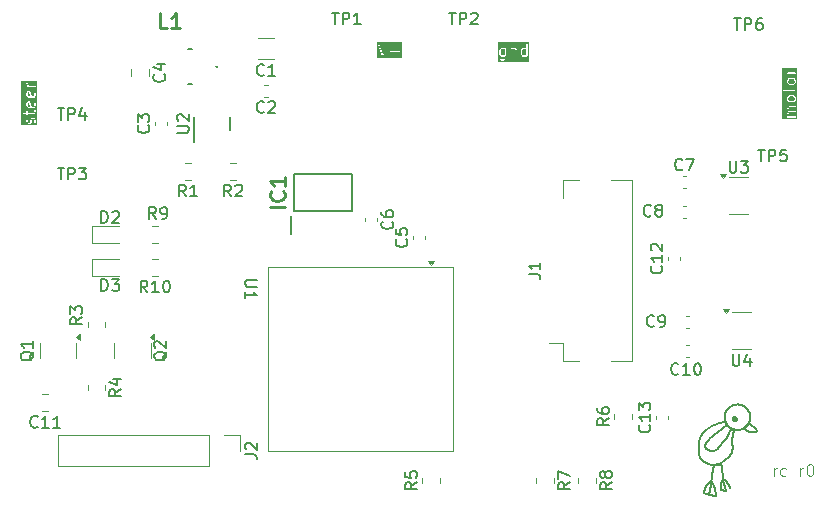
<source format=gbr>
%TF.GenerationSoftware,KiCad,Pcbnew,8.0.4*%
%TF.CreationDate,2024-09-11T06:46:47-05:00*%
%TF.ProjectId,rc,72632e6b-6963-4616-945f-706362585858,rev?*%
%TF.SameCoordinates,Original*%
%TF.FileFunction,Legend,Top*%
%TF.FilePolarity,Positive*%
%FSLAX46Y46*%
G04 Gerber Fmt 4.6, Leading zero omitted, Abs format (unit mm)*
G04 Created by KiCad (PCBNEW 8.0.4) date 2024-09-11 06:46:47*
%MOMM*%
%LPD*%
G01*
G04 APERTURE LIST*
%ADD10C,0.100000*%
%ADD11C,0.150000*%
%ADD12C,0.254000*%
%ADD13C,0.120000*%
%ADD14C,0.200000*%
%ADD15C,0.207208*%
%ADD16C,0.231783*%
%ADD17C,0.207207*%
G04 APERTURE END LIST*
D10*
G36*
X183278330Y-56570729D02*
G01*
X183314477Y-56606875D01*
X183353188Y-56684297D01*
X183353188Y-56803547D01*
X183314477Y-56880969D01*
X183278330Y-56917115D01*
X183200908Y-56955827D01*
X182938801Y-56955827D01*
X182861377Y-56917115D01*
X182825232Y-56880971D01*
X182786521Y-56803548D01*
X182786521Y-56684297D01*
X182825232Y-56606873D01*
X182861377Y-56570729D01*
X182938801Y-56532018D01*
X183200908Y-56532018D01*
X183278330Y-56570729D01*
G37*
G36*
X183278330Y-55094538D02*
G01*
X183314477Y-55130684D01*
X183353188Y-55208106D01*
X183353188Y-55327356D01*
X183314477Y-55404778D01*
X183278330Y-55440924D01*
X183200908Y-55479636D01*
X182938801Y-55479636D01*
X182861377Y-55440924D01*
X182825232Y-55404780D01*
X182786521Y-55327357D01*
X182786521Y-55208106D01*
X182825232Y-55130682D01*
X182861377Y-55094538D01*
X182938801Y-55055827D01*
X183200908Y-55055827D01*
X183278330Y-55094538D01*
G37*
G36*
X183564299Y-58452652D02*
G01*
X182245883Y-58452652D01*
X182245883Y-57577256D01*
X182686521Y-57577256D01*
X182686521Y-57720113D01*
X182687009Y-57722569D01*
X182686647Y-57723658D01*
X182688763Y-57731385D01*
X182690327Y-57739247D01*
X182691138Y-57740058D01*
X182691800Y-57742474D01*
X182739418Y-57837711D01*
X182745521Y-57845575D01*
X182746367Y-57848111D01*
X182749190Y-57850302D01*
X182751380Y-57853123D01*
X182753913Y-57853967D01*
X182761779Y-57860072D01*
X182767575Y-57862970D01*
X182761779Y-57865868D01*
X182753913Y-57871972D01*
X182751380Y-57872817D01*
X182749190Y-57875637D01*
X182746367Y-57877829D01*
X182745521Y-57880364D01*
X182739418Y-57888229D01*
X182691800Y-57983466D01*
X182691138Y-57985881D01*
X182690327Y-57986693D01*
X182688763Y-57994554D01*
X182686647Y-58002282D01*
X182687009Y-58003370D01*
X182686521Y-58005827D01*
X182686521Y-58148684D01*
X182687009Y-58151140D01*
X182686647Y-58152229D01*
X182688763Y-58159956D01*
X182690327Y-58167818D01*
X182691138Y-58168629D01*
X182691800Y-58171045D01*
X182727904Y-58243254D01*
X182717387Y-58245347D01*
X182690327Y-58272407D01*
X182690327Y-58310675D01*
X182717387Y-58337735D01*
X182736521Y-58341541D01*
X183403188Y-58341541D01*
X183422322Y-58337735D01*
X183449382Y-58310675D01*
X183449382Y-58272407D01*
X183422322Y-58245347D01*
X183403188Y-58241541D01*
X182852470Y-58241541D01*
X182825232Y-58214304D01*
X182786521Y-58136881D01*
X182786521Y-58017630D01*
X182821407Y-57947856D01*
X182891182Y-57912970D01*
X183403188Y-57912970D01*
X183422322Y-57909164D01*
X183449382Y-57882104D01*
X183449382Y-57843836D01*
X183422322Y-57816776D01*
X183403188Y-57812970D01*
X182891182Y-57812970D01*
X182821407Y-57778083D01*
X182786521Y-57708310D01*
X182786521Y-57589058D01*
X182821407Y-57519284D01*
X182891182Y-57484398D01*
X183403188Y-57484398D01*
X183422322Y-57480592D01*
X183449382Y-57453532D01*
X183449382Y-57415264D01*
X183422322Y-57388204D01*
X183403188Y-57384398D01*
X182879378Y-57384398D01*
X182876921Y-57384886D01*
X182875833Y-57384524D01*
X182868105Y-57386640D01*
X182860244Y-57388204D01*
X182859432Y-57389015D01*
X182857017Y-57389677D01*
X182761779Y-57437296D01*
X182753913Y-57443400D01*
X182751380Y-57444245D01*
X182749190Y-57447065D01*
X182746367Y-57449257D01*
X182745521Y-57451792D01*
X182739418Y-57459657D01*
X182691800Y-57554896D01*
X182691138Y-57557310D01*
X182690327Y-57558122D01*
X182688762Y-57565987D01*
X182686647Y-57573712D01*
X182687009Y-57574799D01*
X182686521Y-57577256D01*
X182245883Y-57577256D01*
X182245883Y-56672494D01*
X182686521Y-56672494D01*
X182686521Y-56815351D01*
X182687009Y-56817807D01*
X182686647Y-56818896D01*
X182688763Y-56826623D01*
X182690327Y-56834485D01*
X182691138Y-56835296D01*
X182691800Y-56837712D01*
X182739418Y-56932949D01*
X182744333Y-56939282D01*
X182748785Y-56945944D01*
X182796403Y-56993563D01*
X182803069Y-56998017D01*
X182809398Y-57002929D01*
X182904636Y-57050548D01*
X182907051Y-57051209D01*
X182907863Y-57052021D01*
X182915724Y-57053584D01*
X182923452Y-57055701D01*
X182924540Y-57055338D01*
X182926997Y-57055827D01*
X183212711Y-57055827D01*
X183215167Y-57055338D01*
X183216256Y-57055701D01*
X183223983Y-57053584D01*
X183231845Y-57052021D01*
X183232656Y-57051209D01*
X183235072Y-57050548D01*
X183330309Y-57002930D01*
X183336637Y-56998018D01*
X183343304Y-56993564D01*
X183390924Y-56945945D01*
X183395378Y-56939278D01*
X183400290Y-56932950D01*
X183447909Y-56837712D01*
X183448570Y-56835296D01*
X183449382Y-56834485D01*
X183450945Y-56826623D01*
X183453062Y-56818896D01*
X183452699Y-56817807D01*
X183453188Y-56815351D01*
X183453188Y-56672494D01*
X183452699Y-56670037D01*
X183453062Y-56668949D01*
X183450945Y-56661221D01*
X183449382Y-56653360D01*
X183448570Y-56652548D01*
X183447909Y-56650133D01*
X183400290Y-56554895D01*
X183395378Y-56548566D01*
X183390924Y-56541900D01*
X183343304Y-56494281D01*
X183336637Y-56489826D01*
X183330309Y-56484915D01*
X183235072Y-56437297D01*
X183232656Y-56436635D01*
X183231845Y-56435824D01*
X183223983Y-56434260D01*
X183216256Y-56432144D01*
X183215167Y-56432506D01*
X183212711Y-56432018D01*
X182926997Y-56432018D01*
X182924540Y-56432506D01*
X182923452Y-56432144D01*
X182915724Y-56434260D01*
X182907863Y-56435824D01*
X182907051Y-56436635D01*
X182904636Y-56437297D01*
X182809398Y-56484916D01*
X182803069Y-56489827D01*
X182796403Y-56494282D01*
X182748785Y-56541901D01*
X182744333Y-56548562D01*
X182739418Y-56554896D01*
X182691800Y-56650133D01*
X182691138Y-56652548D01*
X182690327Y-56653360D01*
X182688763Y-56661221D01*
X182686647Y-56668949D01*
X182687009Y-56670037D01*
X182686521Y-56672494D01*
X182245883Y-56672494D01*
X182245883Y-56034312D01*
X182356994Y-56034312D01*
X182356994Y-56072580D01*
X182384054Y-56099640D01*
X182403188Y-56103446D01*
X182686521Y-56103446D01*
X182686521Y-56196303D01*
X182690327Y-56215437D01*
X182717387Y-56242497D01*
X182755655Y-56242497D01*
X182782715Y-56215437D01*
X182786521Y-56196303D01*
X182786521Y-56103446D01*
X183260330Y-56103446D01*
X183262786Y-56102957D01*
X183263874Y-56103320D01*
X183271598Y-56101204D01*
X183279464Y-56099640D01*
X183280275Y-56098828D01*
X183282690Y-56098167D01*
X183377929Y-56050549D01*
X183385793Y-56044445D01*
X183388329Y-56043600D01*
X183390520Y-56040776D01*
X183393341Y-56038587D01*
X183394185Y-56036053D01*
X183400290Y-56028188D01*
X183447909Y-55932950D01*
X183448570Y-55930534D01*
X183449382Y-55929723D01*
X183450945Y-55921861D01*
X183453062Y-55914134D01*
X183452699Y-55913045D01*
X183453188Y-55910589D01*
X183453188Y-55815351D01*
X183449382Y-55796217D01*
X183422322Y-55769157D01*
X183384054Y-55769157D01*
X183356994Y-55796217D01*
X183353188Y-55815351D01*
X183353188Y-55898785D01*
X183318301Y-55968559D01*
X183248528Y-56003446D01*
X182786521Y-56003446D01*
X182786521Y-55815351D01*
X182782715Y-55796217D01*
X182755655Y-55769157D01*
X182717387Y-55769157D01*
X182690327Y-55796217D01*
X182686521Y-55815351D01*
X182686521Y-56003446D01*
X182403188Y-56003446D01*
X182384054Y-56007252D01*
X182356994Y-56034312D01*
X182245883Y-56034312D01*
X182245883Y-55196303D01*
X182686521Y-55196303D01*
X182686521Y-55339160D01*
X182687009Y-55341616D01*
X182686647Y-55342705D01*
X182688763Y-55350432D01*
X182690327Y-55358294D01*
X182691138Y-55359105D01*
X182691800Y-55361521D01*
X182739418Y-55456758D01*
X182744333Y-55463091D01*
X182748785Y-55469753D01*
X182796403Y-55517372D01*
X182803069Y-55521826D01*
X182809398Y-55526738D01*
X182904636Y-55574357D01*
X182907051Y-55575018D01*
X182907863Y-55575830D01*
X182915724Y-55577393D01*
X182923452Y-55579510D01*
X182924540Y-55579147D01*
X182926997Y-55579636D01*
X183212711Y-55579636D01*
X183215167Y-55579147D01*
X183216256Y-55579510D01*
X183223983Y-55577393D01*
X183231845Y-55575830D01*
X183232656Y-55575018D01*
X183235072Y-55574357D01*
X183330309Y-55526739D01*
X183336637Y-55521827D01*
X183343304Y-55517373D01*
X183390924Y-55469754D01*
X183395378Y-55463087D01*
X183400290Y-55456759D01*
X183447909Y-55361521D01*
X183448570Y-55359105D01*
X183449382Y-55358294D01*
X183450945Y-55350432D01*
X183453062Y-55342705D01*
X183452699Y-55341616D01*
X183453188Y-55339160D01*
X183453188Y-55196303D01*
X183452699Y-55193846D01*
X183453062Y-55192758D01*
X183450945Y-55185030D01*
X183449382Y-55177169D01*
X183448570Y-55176357D01*
X183447909Y-55173942D01*
X183400290Y-55078704D01*
X183395378Y-55072375D01*
X183390924Y-55065709D01*
X183343304Y-55018090D01*
X183336637Y-55013635D01*
X183330309Y-55008724D01*
X183235072Y-54961106D01*
X183232656Y-54960444D01*
X183231845Y-54959633D01*
X183223983Y-54958069D01*
X183216256Y-54955953D01*
X183215167Y-54956315D01*
X183212711Y-54955827D01*
X182926997Y-54955827D01*
X182924540Y-54956315D01*
X182923452Y-54955953D01*
X182915724Y-54958069D01*
X182907863Y-54959633D01*
X182907051Y-54960444D01*
X182904636Y-54961106D01*
X182809398Y-55008725D01*
X182803069Y-55013636D01*
X182796403Y-55018091D01*
X182748785Y-55065710D01*
X182744333Y-55072371D01*
X182739418Y-55078705D01*
X182691800Y-55173942D01*
X182691138Y-55176357D01*
X182690327Y-55177169D01*
X182688763Y-55185030D01*
X182686647Y-55192758D01*
X182687009Y-55193846D01*
X182686521Y-55196303D01*
X182245883Y-55196303D01*
X182245883Y-54291541D01*
X182686521Y-54291541D01*
X182686521Y-54386779D01*
X182687009Y-54389235D01*
X182686647Y-54390324D01*
X182688763Y-54398051D01*
X182690327Y-54405913D01*
X182691138Y-54406724D01*
X182691800Y-54409140D01*
X182739418Y-54504377D01*
X182744333Y-54510710D01*
X182748785Y-54517372D01*
X182758668Y-54527255D01*
X182736521Y-54527255D01*
X182717387Y-54531061D01*
X182690327Y-54558121D01*
X182690327Y-54596389D01*
X182717387Y-54623449D01*
X182736521Y-54627255D01*
X183403188Y-54627255D01*
X183422322Y-54623449D01*
X183449382Y-54596389D01*
X183449382Y-54558121D01*
X183422322Y-54531061D01*
X183403188Y-54527255D01*
X182938801Y-54527255D01*
X182861377Y-54488543D01*
X182825232Y-54452399D01*
X182786521Y-54374976D01*
X182786521Y-54291541D01*
X182782715Y-54272407D01*
X182755655Y-54245347D01*
X182717387Y-54245347D01*
X182690327Y-54272407D01*
X182686521Y-54291541D01*
X182245883Y-54291541D01*
X182245883Y-54134236D01*
X183564299Y-54134236D01*
X183564299Y-58452652D01*
G37*
G36*
X118619864Y-57416207D02*
G01*
X118502182Y-57416207D01*
X118432407Y-57381320D01*
X118397521Y-57311547D01*
X118397521Y-57144677D01*
X118432407Y-57074903D01*
X118502182Y-57040017D01*
X118544626Y-57040017D01*
X118619864Y-57416207D01*
G37*
G36*
X118619864Y-56559064D02*
G01*
X118502182Y-56559064D01*
X118432407Y-56524177D01*
X118397521Y-56454404D01*
X118397521Y-56287534D01*
X118432407Y-56217760D01*
X118502182Y-56182874D01*
X118544626Y-56182874D01*
X118619864Y-56559064D01*
G37*
G36*
X119175299Y-59008271D02*
G01*
X117856883Y-59008271D01*
X117856883Y-58561446D01*
X118297521Y-58561446D01*
X118297521Y-58704303D01*
X118298009Y-58706759D01*
X118297647Y-58707848D01*
X118299763Y-58715575D01*
X118301327Y-58723437D01*
X118302138Y-58724248D01*
X118302800Y-58726664D01*
X118350418Y-58821901D01*
X118356521Y-58829765D01*
X118357367Y-58832301D01*
X118360190Y-58834492D01*
X118362380Y-58837313D01*
X118364913Y-58838157D01*
X118372779Y-58844262D01*
X118468017Y-58891881D01*
X118470432Y-58892542D01*
X118471244Y-58893354D01*
X118479105Y-58894917D01*
X118486833Y-58897034D01*
X118487921Y-58896671D01*
X118490378Y-58897160D01*
X118537997Y-58897160D01*
X118540453Y-58896671D01*
X118541542Y-58897034D01*
X118549269Y-58894917D01*
X118557131Y-58893354D01*
X118557942Y-58892542D01*
X118560358Y-58891881D01*
X118655595Y-58844263D01*
X118663459Y-58838159D01*
X118665995Y-58837314D01*
X118668186Y-58834490D01*
X118671007Y-58832301D01*
X118671851Y-58829767D01*
X118677956Y-58821902D01*
X118725575Y-58726664D01*
X118726236Y-58724248D01*
X118727048Y-58723437D01*
X118728611Y-58715575D01*
X118730728Y-58707848D01*
X118730365Y-58706759D01*
X118730854Y-58704303D01*
X118730854Y-58573249D01*
X118765740Y-58503475D01*
X118835515Y-58468589D01*
X118859528Y-58468589D01*
X118929301Y-58503475D01*
X118964188Y-58573249D01*
X118964188Y-58740118D01*
X118921848Y-58824799D01*
X118916695Y-58843615D01*
X118928796Y-58879920D01*
X118963024Y-58897034D01*
X118999329Y-58884933D01*
X119011290Y-58869521D01*
X119058909Y-58774283D01*
X119059570Y-58771867D01*
X119060382Y-58771056D01*
X119061945Y-58763194D01*
X119064062Y-58755467D01*
X119063699Y-58754378D01*
X119064188Y-58751922D01*
X119064188Y-58561446D01*
X119063699Y-58558989D01*
X119064062Y-58557901D01*
X119061945Y-58550173D01*
X119060382Y-58542312D01*
X119059570Y-58541500D01*
X119058909Y-58539085D01*
X119011290Y-58443847D01*
X119005185Y-58435981D01*
X119004341Y-58433448D01*
X119001520Y-58431258D01*
X118999329Y-58428435D01*
X118996793Y-58427589D01*
X118988929Y-58421486D01*
X118893690Y-58373868D01*
X118891275Y-58373206D01*
X118890464Y-58372395D01*
X118882598Y-58370830D01*
X118874874Y-58368715D01*
X118873786Y-58369077D01*
X118871330Y-58368589D01*
X118823711Y-58368589D01*
X118821254Y-58369077D01*
X118820166Y-58368715D01*
X118812438Y-58370831D01*
X118804577Y-58372395D01*
X118803765Y-58373206D01*
X118801350Y-58373868D01*
X118706112Y-58421487D01*
X118698246Y-58427591D01*
X118695713Y-58428436D01*
X118693523Y-58431256D01*
X118690700Y-58433448D01*
X118689854Y-58435983D01*
X118683751Y-58443848D01*
X118636133Y-58539085D01*
X118635471Y-58541500D01*
X118634660Y-58542312D01*
X118633096Y-58550173D01*
X118630980Y-58557901D01*
X118631342Y-58558989D01*
X118630854Y-58561446D01*
X118630854Y-58692499D01*
X118595967Y-58762273D01*
X118526194Y-58797160D01*
X118502182Y-58797160D01*
X118432407Y-58762273D01*
X118397521Y-58692500D01*
X118397521Y-58573249D01*
X118439861Y-58488569D01*
X118445014Y-58469753D01*
X118432912Y-58433448D01*
X118398684Y-58416334D01*
X118362380Y-58428436D01*
X118350418Y-58443848D01*
X118302800Y-58539085D01*
X118302138Y-58541500D01*
X118301327Y-58542312D01*
X118299763Y-58550173D01*
X118297647Y-58557901D01*
X118298009Y-58558989D01*
X118297521Y-58561446D01*
X117856883Y-58561446D01*
X117856883Y-57970883D01*
X117967994Y-57970883D01*
X117967994Y-58009151D01*
X117995054Y-58036211D01*
X118014188Y-58040017D01*
X118297521Y-58040017D01*
X118297521Y-58132874D01*
X118301327Y-58152008D01*
X118328387Y-58179068D01*
X118366655Y-58179068D01*
X118393715Y-58152008D01*
X118397521Y-58132874D01*
X118397521Y-58040017D01*
X118871330Y-58040017D01*
X118873786Y-58039528D01*
X118874874Y-58039891D01*
X118882598Y-58037775D01*
X118890464Y-58036211D01*
X118891275Y-58035399D01*
X118893690Y-58034738D01*
X118988929Y-57987120D01*
X118996793Y-57981016D01*
X118999329Y-57980171D01*
X119001520Y-57977347D01*
X119004341Y-57975158D01*
X119005185Y-57972624D01*
X119011290Y-57964759D01*
X119058909Y-57869521D01*
X119059570Y-57867105D01*
X119060382Y-57866294D01*
X119061945Y-57858432D01*
X119064062Y-57850705D01*
X119063699Y-57849616D01*
X119064188Y-57847160D01*
X119064188Y-57751922D01*
X119060382Y-57732788D01*
X119033322Y-57705728D01*
X118995054Y-57705728D01*
X118967994Y-57732788D01*
X118964188Y-57751922D01*
X118964188Y-57835356D01*
X118929301Y-57905130D01*
X118859528Y-57940017D01*
X118397521Y-57940017D01*
X118397521Y-57751922D01*
X118393715Y-57732788D01*
X118366655Y-57705728D01*
X118328387Y-57705728D01*
X118301327Y-57732788D01*
X118297521Y-57751922D01*
X118297521Y-57940017D01*
X118014188Y-57940017D01*
X117995054Y-57943823D01*
X117967994Y-57970883D01*
X117856883Y-57970883D01*
X117856883Y-57132874D01*
X118297521Y-57132874D01*
X118297521Y-57323350D01*
X118298009Y-57325806D01*
X118297647Y-57326895D01*
X118299763Y-57334622D01*
X118301327Y-57342484D01*
X118302138Y-57343295D01*
X118302800Y-57345711D01*
X118350418Y-57440948D01*
X118356521Y-57448812D01*
X118357367Y-57451348D01*
X118360190Y-57453539D01*
X118362380Y-57456360D01*
X118364913Y-57457204D01*
X118372779Y-57463309D01*
X118468017Y-57510928D01*
X118470432Y-57511589D01*
X118471244Y-57512401D01*
X118479105Y-57513964D01*
X118486833Y-57516081D01*
X118487921Y-57515718D01*
X118490378Y-57516207D01*
X118871330Y-57516207D01*
X118873786Y-57515718D01*
X118874874Y-57516081D01*
X118882598Y-57513965D01*
X118890464Y-57512401D01*
X118891275Y-57511589D01*
X118893690Y-57510928D01*
X118988929Y-57463310D01*
X118996793Y-57457206D01*
X118999329Y-57456361D01*
X119001520Y-57453537D01*
X119004341Y-57451348D01*
X119005185Y-57448814D01*
X119011290Y-57440949D01*
X119058909Y-57345711D01*
X119059570Y-57343295D01*
X119060382Y-57342484D01*
X119061945Y-57334622D01*
X119064062Y-57326895D01*
X119063699Y-57325806D01*
X119064188Y-57323350D01*
X119064188Y-57132874D01*
X119063699Y-57130417D01*
X119064062Y-57129329D01*
X119061945Y-57121601D01*
X119060382Y-57113740D01*
X119059570Y-57112928D01*
X119058909Y-57110513D01*
X119011290Y-57015275D01*
X118999329Y-56999863D01*
X118963024Y-56987762D01*
X118928796Y-57004876D01*
X118916695Y-57041181D01*
X118921848Y-57059997D01*
X118964188Y-57144677D01*
X118964188Y-57311546D01*
X118929301Y-57381320D01*
X118859528Y-57416207D01*
X118721844Y-57416207D01*
X118634645Y-56980211D01*
X118631810Y-56973387D01*
X118631810Y-56970883D01*
X118630030Y-56969103D01*
X118627160Y-56962195D01*
X118615046Y-56954119D01*
X118604750Y-56943823D01*
X118597412Y-56942363D01*
X118595319Y-56940968D01*
X118592864Y-56941458D01*
X118585616Y-56940017D01*
X118490378Y-56940017D01*
X118487921Y-56940505D01*
X118486833Y-56940143D01*
X118479105Y-56942259D01*
X118471244Y-56943823D01*
X118470432Y-56944634D01*
X118468017Y-56945296D01*
X118372779Y-56992915D01*
X118364913Y-56999019D01*
X118362380Y-56999864D01*
X118360190Y-57002684D01*
X118357367Y-57004876D01*
X118356521Y-57007411D01*
X118350418Y-57015276D01*
X118302800Y-57110513D01*
X118302138Y-57112928D01*
X118301327Y-57113740D01*
X118299763Y-57121601D01*
X118297647Y-57129329D01*
X118298009Y-57130417D01*
X118297521Y-57132874D01*
X117856883Y-57132874D01*
X117856883Y-56275731D01*
X118297521Y-56275731D01*
X118297521Y-56466207D01*
X118298009Y-56468663D01*
X118297647Y-56469752D01*
X118299763Y-56477479D01*
X118301327Y-56485341D01*
X118302138Y-56486152D01*
X118302800Y-56488568D01*
X118350418Y-56583805D01*
X118356521Y-56591669D01*
X118357367Y-56594205D01*
X118360190Y-56596396D01*
X118362380Y-56599217D01*
X118364913Y-56600061D01*
X118372779Y-56606166D01*
X118468017Y-56653785D01*
X118470432Y-56654446D01*
X118471244Y-56655258D01*
X118479105Y-56656821D01*
X118486833Y-56658938D01*
X118487921Y-56658575D01*
X118490378Y-56659064D01*
X118871330Y-56659064D01*
X118873786Y-56658575D01*
X118874874Y-56658938D01*
X118882598Y-56656822D01*
X118890464Y-56655258D01*
X118891275Y-56654446D01*
X118893690Y-56653785D01*
X118988929Y-56606167D01*
X118996793Y-56600063D01*
X118999329Y-56599218D01*
X119001520Y-56596394D01*
X119004341Y-56594205D01*
X119005185Y-56591671D01*
X119011290Y-56583806D01*
X119058909Y-56488568D01*
X119059570Y-56486152D01*
X119060382Y-56485341D01*
X119061945Y-56477479D01*
X119064062Y-56469752D01*
X119063699Y-56468663D01*
X119064188Y-56466207D01*
X119064188Y-56275731D01*
X119063699Y-56273274D01*
X119064062Y-56272186D01*
X119061945Y-56264458D01*
X119060382Y-56256597D01*
X119059570Y-56255785D01*
X119058909Y-56253370D01*
X119011290Y-56158132D01*
X118999329Y-56142720D01*
X118963024Y-56130619D01*
X118928796Y-56147733D01*
X118916695Y-56184038D01*
X118921848Y-56202854D01*
X118964188Y-56287534D01*
X118964188Y-56454403D01*
X118929301Y-56524177D01*
X118859528Y-56559064D01*
X118721844Y-56559064D01*
X118634645Y-56123068D01*
X118631810Y-56116244D01*
X118631810Y-56113740D01*
X118630030Y-56111960D01*
X118627160Y-56105052D01*
X118615046Y-56096976D01*
X118604750Y-56086680D01*
X118597412Y-56085220D01*
X118595319Y-56083825D01*
X118592864Y-56084315D01*
X118585616Y-56082874D01*
X118490378Y-56082874D01*
X118487921Y-56083362D01*
X118486833Y-56083000D01*
X118479105Y-56085116D01*
X118471244Y-56086680D01*
X118470432Y-56087491D01*
X118468017Y-56088153D01*
X118372779Y-56135772D01*
X118364913Y-56141876D01*
X118362380Y-56142721D01*
X118360190Y-56145541D01*
X118357367Y-56147733D01*
X118356521Y-56150268D01*
X118350418Y-56158133D01*
X118302800Y-56253370D01*
X118302138Y-56255785D01*
X118301327Y-56256597D01*
X118299763Y-56264458D01*
X118297647Y-56272186D01*
X118298009Y-56273274D01*
X118297521Y-56275731D01*
X117856883Y-56275731D01*
X117856883Y-55418588D01*
X118297521Y-55418588D01*
X118297521Y-55513826D01*
X118298009Y-55516282D01*
X118297647Y-55517371D01*
X118299763Y-55525098D01*
X118301327Y-55532960D01*
X118302138Y-55533771D01*
X118302800Y-55536187D01*
X118350418Y-55631424D01*
X118355333Y-55637757D01*
X118359785Y-55644419D01*
X118369668Y-55654302D01*
X118347521Y-55654302D01*
X118328387Y-55658108D01*
X118301327Y-55685168D01*
X118301327Y-55723436D01*
X118328387Y-55750496D01*
X118347521Y-55754302D01*
X119014188Y-55754302D01*
X119033322Y-55750496D01*
X119060382Y-55723436D01*
X119060382Y-55685168D01*
X119033322Y-55658108D01*
X119014188Y-55654302D01*
X118549801Y-55654302D01*
X118472377Y-55615590D01*
X118436232Y-55579446D01*
X118397521Y-55502023D01*
X118397521Y-55418588D01*
X118393715Y-55399454D01*
X118366655Y-55372394D01*
X118328387Y-55372394D01*
X118301327Y-55399454D01*
X118297521Y-55418588D01*
X117856883Y-55418588D01*
X117856883Y-55261283D01*
X119175299Y-55261283D01*
X119175299Y-59008271D01*
G37*
G36*
X158813224Y-52545698D02*
G01*
X158813224Y-53055324D01*
X158756183Y-53083845D01*
X158589314Y-53083845D01*
X158511891Y-53045134D01*
X158475745Y-53008987D01*
X158437034Y-52931565D01*
X158437034Y-52669457D01*
X158475745Y-52592033D01*
X158511890Y-52555889D01*
X158589314Y-52517178D01*
X158756183Y-52517178D01*
X158813224Y-52545698D01*
G37*
G36*
X160622748Y-52545698D02*
G01*
X160622748Y-53055324D01*
X160565707Y-53083845D01*
X160398838Y-53083845D01*
X160321415Y-53045134D01*
X160285269Y-53008987D01*
X160246558Y-52931565D01*
X160246558Y-52669457D01*
X160285269Y-52592033D01*
X160321414Y-52555889D01*
X160398838Y-52517178D01*
X160565707Y-52517178D01*
X160622748Y-52545698D01*
G37*
G36*
X160833859Y-53628289D02*
G01*
X158225923Y-53628289D01*
X158225923Y-52657654D01*
X158337034Y-52657654D01*
X158337034Y-52943368D01*
X158337522Y-52945824D01*
X158337160Y-52946913D01*
X158339276Y-52954640D01*
X158340840Y-52962502D01*
X158341651Y-52963313D01*
X158342313Y-52965729D01*
X158389931Y-53060966D01*
X158394842Y-53067294D01*
X158399297Y-53073961D01*
X158446916Y-53121581D01*
X158453582Y-53126035D01*
X158459911Y-53130947D01*
X158555149Y-53178566D01*
X158557564Y-53179227D01*
X158558376Y-53180039D01*
X158566237Y-53181602D01*
X158573965Y-53183719D01*
X158575053Y-53183356D01*
X158577510Y-53183845D01*
X158767986Y-53183845D01*
X158770442Y-53183356D01*
X158771531Y-53183719D01*
X158779258Y-53181602D01*
X158787120Y-53180039D01*
X158787931Y-53179227D01*
X158790347Y-53178566D01*
X158813224Y-53167127D01*
X158813224Y-53264898D01*
X158774512Y-53342321D01*
X158738368Y-53378466D01*
X158660945Y-53417178D01*
X158541695Y-53417178D01*
X158457014Y-53374838D01*
X158438198Y-53369685D01*
X158401893Y-53381786D01*
X158384779Y-53416014D01*
X158396880Y-53452319D01*
X158412292Y-53464280D01*
X158507530Y-53511899D01*
X158509945Y-53512560D01*
X158510757Y-53513372D01*
X158518618Y-53514935D01*
X158526346Y-53517052D01*
X158527434Y-53516689D01*
X158529891Y-53517178D01*
X158672748Y-53517178D01*
X158675204Y-53516689D01*
X158676293Y-53517052D01*
X158684020Y-53514935D01*
X158691882Y-53513372D01*
X158692693Y-53512560D01*
X158695109Y-53511899D01*
X158790346Y-53464281D01*
X158796679Y-53459365D01*
X158803341Y-53454914D01*
X158850960Y-53407296D01*
X158855414Y-53400629D01*
X158860326Y-53394301D01*
X158907945Y-53299063D01*
X158908606Y-53296647D01*
X158909418Y-53295836D01*
X158910981Y-53287974D01*
X158913098Y-53280247D01*
X158912735Y-53279158D01*
X158913224Y-53276702D01*
X158913224Y-52467178D01*
X159289415Y-52467178D01*
X159289415Y-53133845D01*
X159293221Y-53152979D01*
X159320281Y-53180039D01*
X159358549Y-53180039D01*
X159385609Y-53152979D01*
X159389415Y-53133845D01*
X159389415Y-52583126D01*
X159416652Y-52555889D01*
X159494076Y-52517178D01*
X159613326Y-52517178D01*
X159683099Y-52552064D01*
X159717986Y-52621838D01*
X159717986Y-53133845D01*
X159721792Y-53152979D01*
X159748852Y-53180039D01*
X159787120Y-53180039D01*
X159814180Y-53152979D01*
X159817986Y-53133845D01*
X159817986Y-52657654D01*
X160146558Y-52657654D01*
X160146558Y-52943368D01*
X160147046Y-52945824D01*
X160146684Y-52946913D01*
X160148800Y-52954640D01*
X160150364Y-52962502D01*
X160151175Y-52963313D01*
X160151837Y-52965729D01*
X160199455Y-53060966D01*
X160204366Y-53067294D01*
X160208821Y-53073961D01*
X160256440Y-53121581D01*
X160263106Y-53126035D01*
X160269435Y-53130947D01*
X160364673Y-53178566D01*
X160367088Y-53179227D01*
X160367900Y-53180039D01*
X160375761Y-53181602D01*
X160383489Y-53183719D01*
X160384577Y-53183356D01*
X160387034Y-53183845D01*
X160577510Y-53183845D01*
X160579966Y-53183356D01*
X160581055Y-53183719D01*
X160588782Y-53181602D01*
X160596644Y-53180039D01*
X160597455Y-53179227D01*
X160599871Y-53178566D01*
X160634717Y-53161142D01*
X160653614Y-53180039D01*
X160691882Y-53180039D01*
X160718942Y-53152979D01*
X160722748Y-53133845D01*
X160722748Y-52133845D01*
X160718942Y-52114711D01*
X160691882Y-52087651D01*
X160653614Y-52087651D01*
X160626554Y-52114711D01*
X160622748Y-52133845D01*
X160622748Y-52433895D01*
X160599871Y-52422457D01*
X160597455Y-52421795D01*
X160596644Y-52420984D01*
X160588782Y-52419420D01*
X160581055Y-52417304D01*
X160579966Y-52417666D01*
X160577510Y-52417178D01*
X160387034Y-52417178D01*
X160384577Y-52417666D01*
X160383489Y-52417304D01*
X160375761Y-52419420D01*
X160367900Y-52420984D01*
X160367088Y-52421795D01*
X160364673Y-52422457D01*
X160269435Y-52470076D01*
X160263106Y-52474987D01*
X160256440Y-52479442D01*
X160208822Y-52527061D01*
X160204370Y-52533722D01*
X160199455Y-52540056D01*
X160151837Y-52635293D01*
X160151175Y-52637708D01*
X160150364Y-52638520D01*
X160148800Y-52646381D01*
X160146684Y-52654109D01*
X160147046Y-52655197D01*
X160146558Y-52657654D01*
X159817986Y-52657654D01*
X159817986Y-52610035D01*
X159817497Y-52607578D01*
X159817860Y-52606490D01*
X159815743Y-52598762D01*
X159814180Y-52590901D01*
X159813368Y-52590089D01*
X159812707Y-52587674D01*
X159765088Y-52492436D01*
X159758983Y-52484570D01*
X159758139Y-52482037D01*
X159755318Y-52479847D01*
X159753127Y-52477024D01*
X159750591Y-52476178D01*
X159742727Y-52470075D01*
X159647490Y-52422457D01*
X159645074Y-52421795D01*
X159644263Y-52420984D01*
X159636401Y-52419420D01*
X159628674Y-52417304D01*
X159627585Y-52417666D01*
X159625129Y-52417178D01*
X159482272Y-52417178D01*
X159479815Y-52417666D01*
X159478727Y-52417304D01*
X159470999Y-52419420D01*
X159463138Y-52420984D01*
X159462326Y-52421795D01*
X159459911Y-52422457D01*
X159387701Y-52458561D01*
X159385609Y-52448044D01*
X159358549Y-52420984D01*
X159320281Y-52420984D01*
X159293221Y-52448044D01*
X159289415Y-52467178D01*
X158913224Y-52467178D01*
X158909418Y-52448044D01*
X158882358Y-52420984D01*
X158844090Y-52420984D01*
X158825193Y-52439880D01*
X158790347Y-52422457D01*
X158787931Y-52421795D01*
X158787120Y-52420984D01*
X158779258Y-52419420D01*
X158771531Y-52417304D01*
X158770442Y-52417666D01*
X158767986Y-52417178D01*
X158577510Y-52417178D01*
X158575053Y-52417666D01*
X158573965Y-52417304D01*
X158566237Y-52419420D01*
X158558376Y-52420984D01*
X158557564Y-52421795D01*
X158555149Y-52422457D01*
X158459911Y-52470076D01*
X158453582Y-52474987D01*
X158446916Y-52479442D01*
X158399298Y-52527061D01*
X158394846Y-52533722D01*
X158389931Y-52540056D01*
X158342313Y-52635293D01*
X158341651Y-52637708D01*
X158340840Y-52638520D01*
X158339276Y-52646381D01*
X158337160Y-52654109D01*
X158337522Y-52655197D01*
X158337034Y-52657654D01*
X158225923Y-52657654D01*
X158225923Y-51976540D01*
X160833859Y-51976540D01*
X160833859Y-53628289D01*
G37*
X181548653Y-88693845D02*
X181548653Y-88027178D01*
X181548653Y-88217654D02*
X181596272Y-88122416D01*
X181596272Y-88122416D02*
X181643891Y-88074797D01*
X181643891Y-88074797D02*
X181739129Y-88027178D01*
X181739129Y-88027178D02*
X181834367Y-88027178D01*
X182596272Y-88646226D02*
X182501034Y-88693845D01*
X182501034Y-88693845D02*
X182310558Y-88693845D01*
X182310558Y-88693845D02*
X182215320Y-88646226D01*
X182215320Y-88646226D02*
X182167701Y-88598606D01*
X182167701Y-88598606D02*
X182120082Y-88503368D01*
X182120082Y-88503368D02*
X182120082Y-88217654D01*
X182120082Y-88217654D02*
X182167701Y-88122416D01*
X182167701Y-88122416D02*
X182215320Y-88074797D01*
X182215320Y-88074797D02*
X182310558Y-88027178D01*
X182310558Y-88027178D02*
X182501034Y-88027178D01*
X182501034Y-88027178D02*
X182596272Y-88074797D01*
X183786749Y-88693845D02*
X183786749Y-88027178D01*
X183786749Y-88217654D02*
X183834368Y-88122416D01*
X183834368Y-88122416D02*
X183881987Y-88074797D01*
X183881987Y-88074797D02*
X183977225Y-88027178D01*
X183977225Y-88027178D02*
X184072463Y-88027178D01*
X184596273Y-87693845D02*
X184691511Y-87693845D01*
X184691511Y-87693845D02*
X184786749Y-87741464D01*
X184786749Y-87741464D02*
X184834368Y-87789083D01*
X184834368Y-87789083D02*
X184881987Y-87884321D01*
X184881987Y-87884321D02*
X184929606Y-88074797D01*
X184929606Y-88074797D02*
X184929606Y-88312892D01*
X184929606Y-88312892D02*
X184881987Y-88503368D01*
X184881987Y-88503368D02*
X184834368Y-88598606D01*
X184834368Y-88598606D02*
X184786749Y-88646226D01*
X184786749Y-88646226D02*
X184691511Y-88693845D01*
X184691511Y-88693845D02*
X184596273Y-88693845D01*
X184596273Y-88693845D02*
X184501035Y-88646226D01*
X184501035Y-88646226D02*
X184453416Y-88598606D01*
X184453416Y-88598606D02*
X184405797Y-88503368D01*
X184405797Y-88503368D02*
X184358178Y-88312892D01*
X184358178Y-88312892D02*
X184358178Y-88074797D01*
X184358178Y-88074797D02*
X184405797Y-87884321D01*
X184405797Y-87884321D02*
X184453416Y-87789083D01*
X184453416Y-87789083D02*
X184501035Y-87741464D01*
X184501035Y-87741464D02*
X184596273Y-87693845D01*
G36*
X150051006Y-53294830D02*
G01*
X147970811Y-53294830D01*
X147970811Y-52130301D01*
X148081922Y-52130301D01*
X148084362Y-52149656D01*
X148417695Y-53149656D01*
X148427356Y-53166604D01*
X148430697Y-53168274D01*
X148432369Y-53171618D01*
X148447411Y-53176631D01*
X148461585Y-53183719D01*
X148465128Y-53182537D01*
X148468673Y-53183719D01*
X148482852Y-53176629D01*
X148497889Y-53171617D01*
X148499559Y-53168276D01*
X148502902Y-53166605D01*
X148512563Y-53149656D01*
X148651196Y-52733758D01*
X149085602Y-52733758D01*
X149085602Y-52772026D01*
X149112662Y-52799086D01*
X149131796Y-52802892D01*
X149462748Y-52802892D01*
X149462748Y-53133845D01*
X149466554Y-53152979D01*
X149493614Y-53180039D01*
X149531882Y-53180039D01*
X149558942Y-53152979D01*
X149562748Y-53133845D01*
X149562748Y-52802892D01*
X149893701Y-52802892D01*
X149912835Y-52799086D01*
X149939895Y-52772026D01*
X149939895Y-52733758D01*
X149912835Y-52706698D01*
X149893701Y-52702892D01*
X149562748Y-52702892D01*
X149562748Y-52371940D01*
X149558942Y-52352806D01*
X149531882Y-52325746D01*
X149493614Y-52325746D01*
X149466554Y-52352806D01*
X149462748Y-52371940D01*
X149462748Y-52702892D01*
X149131796Y-52702892D01*
X149112662Y-52706698D01*
X149085602Y-52733758D01*
X148651196Y-52733758D01*
X148845896Y-52149657D01*
X148848336Y-52130301D01*
X148831222Y-52096073D01*
X148794918Y-52083971D01*
X148760689Y-52101086D01*
X148751028Y-52118034D01*
X148465129Y-52975731D01*
X148179230Y-52118034D01*
X148169569Y-52101085D01*
X148135340Y-52083971D01*
X148099036Y-52096072D01*
X148081922Y-52130301D01*
X147970811Y-52130301D01*
X147970811Y-51972860D01*
X150051006Y-51972860D01*
X150051006Y-53294830D01*
G37*
D11*
X120927864Y-57528245D02*
X121499292Y-57528245D01*
X121213578Y-58528245D02*
X121213578Y-57528245D01*
X121832626Y-58528245D02*
X121832626Y-57528245D01*
X121832626Y-57528245D02*
X122213578Y-57528245D01*
X122213578Y-57528245D02*
X122308816Y-57575864D01*
X122308816Y-57575864D02*
X122356435Y-57623483D01*
X122356435Y-57623483D02*
X122404054Y-57718721D01*
X122404054Y-57718721D02*
X122404054Y-57861578D01*
X122404054Y-57861578D02*
X122356435Y-57956816D01*
X122356435Y-57956816D02*
X122308816Y-58004435D01*
X122308816Y-58004435D02*
X122213578Y-58052054D01*
X122213578Y-58052054D02*
X121832626Y-58052054D01*
X123261197Y-57861578D02*
X123261197Y-58528245D01*
X123023102Y-57480626D02*
X122785007Y-58194911D01*
X122785007Y-58194911D02*
X123404054Y-58194911D01*
X180236864Y-61054245D02*
X180808292Y-61054245D01*
X180522578Y-62054245D02*
X180522578Y-61054245D01*
X181141626Y-62054245D02*
X181141626Y-61054245D01*
X181141626Y-61054245D02*
X181522578Y-61054245D01*
X181522578Y-61054245D02*
X181617816Y-61101864D01*
X181617816Y-61101864D02*
X181665435Y-61149483D01*
X181665435Y-61149483D02*
X181713054Y-61244721D01*
X181713054Y-61244721D02*
X181713054Y-61387578D01*
X181713054Y-61387578D02*
X181665435Y-61482816D01*
X181665435Y-61482816D02*
X181617816Y-61530435D01*
X181617816Y-61530435D02*
X181522578Y-61578054D01*
X181522578Y-61578054D02*
X181141626Y-61578054D01*
X182617816Y-61054245D02*
X182141626Y-61054245D01*
X182141626Y-61054245D02*
X182094007Y-61530435D01*
X182094007Y-61530435D02*
X182141626Y-61482816D01*
X182141626Y-61482816D02*
X182236864Y-61435197D01*
X182236864Y-61435197D02*
X182474959Y-61435197D01*
X182474959Y-61435197D02*
X182570197Y-61482816D01*
X182570197Y-61482816D02*
X182617816Y-61530435D01*
X182617816Y-61530435D02*
X182665435Y-61625673D01*
X182665435Y-61625673D02*
X182665435Y-61863768D01*
X182665435Y-61863768D02*
X182617816Y-61959006D01*
X182617816Y-61959006D02*
X182570197Y-62006626D01*
X182570197Y-62006626D02*
X182474959Y-62054245D01*
X182474959Y-62054245D02*
X182236864Y-62054245D01*
X182236864Y-62054245D02*
X182141626Y-62006626D01*
X182141626Y-62006626D02*
X182094007Y-61959006D01*
X144168864Y-49458245D02*
X144740292Y-49458245D01*
X144454578Y-50458245D02*
X144454578Y-49458245D01*
X145073626Y-50458245D02*
X145073626Y-49458245D01*
X145073626Y-49458245D02*
X145454578Y-49458245D01*
X145454578Y-49458245D02*
X145549816Y-49505864D01*
X145549816Y-49505864D02*
X145597435Y-49553483D01*
X145597435Y-49553483D02*
X145645054Y-49648721D01*
X145645054Y-49648721D02*
X145645054Y-49791578D01*
X145645054Y-49791578D02*
X145597435Y-49886816D01*
X145597435Y-49886816D02*
X145549816Y-49934435D01*
X145549816Y-49934435D02*
X145454578Y-49982054D01*
X145454578Y-49982054D02*
X145073626Y-49982054D01*
X146597435Y-50458245D02*
X146026007Y-50458245D01*
X146311721Y-50458245D02*
X146311721Y-49458245D01*
X146311721Y-49458245D02*
X146216483Y-49601102D01*
X146216483Y-49601102D02*
X146121245Y-49696340D01*
X146121245Y-49696340D02*
X146026007Y-49743959D01*
X137817949Y-72077521D02*
X137008426Y-72077521D01*
X137008426Y-72077521D02*
X136913188Y-72125140D01*
X136913188Y-72125140D02*
X136865569Y-72172759D01*
X136865569Y-72172759D02*
X136817949Y-72267997D01*
X136817949Y-72267997D02*
X136817949Y-72458473D01*
X136817949Y-72458473D02*
X136865569Y-72553711D01*
X136865569Y-72553711D02*
X136913188Y-72601330D01*
X136913188Y-72601330D02*
X137008426Y-72648949D01*
X137008426Y-72648949D02*
X137817949Y-72648949D01*
X136817949Y-73648949D02*
X136817949Y-73077521D01*
X136817949Y-73363235D02*
X137817949Y-73363235D01*
X137817949Y-73363235D02*
X137675092Y-73267997D01*
X137675092Y-73267997D02*
X137579854Y-73172759D01*
X137579854Y-73172759D02*
X137532235Y-73077521D01*
X151347588Y-89242092D02*
X150871397Y-89575425D01*
X151347588Y-89813520D02*
X150347588Y-89813520D01*
X150347588Y-89813520D02*
X150347588Y-89432568D01*
X150347588Y-89432568D02*
X150395207Y-89337330D01*
X150395207Y-89337330D02*
X150442826Y-89289711D01*
X150442826Y-89289711D02*
X150538064Y-89242092D01*
X150538064Y-89242092D02*
X150680921Y-89242092D01*
X150680921Y-89242092D02*
X150776159Y-89289711D01*
X150776159Y-89289711D02*
X150823778Y-89337330D01*
X150823778Y-89337330D02*
X150871397Y-89432568D01*
X150871397Y-89432568D02*
X150871397Y-89813520D01*
X150347588Y-88337330D02*
X150347588Y-88813520D01*
X150347588Y-88813520D02*
X150823778Y-88861139D01*
X150823778Y-88861139D02*
X150776159Y-88813520D01*
X150776159Y-88813520D02*
X150728540Y-88718282D01*
X150728540Y-88718282D02*
X150728540Y-88480187D01*
X150728540Y-88480187D02*
X150776159Y-88384949D01*
X150776159Y-88384949D02*
X150823778Y-88337330D01*
X150823778Y-88337330D02*
X150919016Y-88289711D01*
X150919016Y-88289711D02*
X151157111Y-88289711D01*
X151157111Y-88289711D02*
X151252349Y-88337330D01*
X151252349Y-88337330D02*
X151299969Y-88384949D01*
X151299969Y-88384949D02*
X151347588Y-88480187D01*
X151347588Y-88480187D02*
X151347588Y-88718282D01*
X151347588Y-88718282D02*
X151299969Y-88813520D01*
X151299969Y-88813520D02*
X151252349Y-88861139D01*
X160809588Y-71628759D02*
X161523873Y-71628759D01*
X161523873Y-71628759D02*
X161666730Y-71676378D01*
X161666730Y-71676378D02*
X161761969Y-71771616D01*
X161761969Y-71771616D02*
X161809588Y-71914473D01*
X161809588Y-71914473D02*
X161809588Y-72009711D01*
X161809588Y-70628759D02*
X161809588Y-71200187D01*
X161809588Y-70914473D02*
X160809588Y-70914473D01*
X160809588Y-70914473D02*
X160952445Y-71009711D01*
X160952445Y-71009711D02*
X161047683Y-71104949D01*
X161047683Y-71104949D02*
X161095302Y-71200187D01*
X164299588Y-89242092D02*
X163823397Y-89575425D01*
X164299588Y-89813520D02*
X163299588Y-89813520D01*
X163299588Y-89813520D02*
X163299588Y-89432568D01*
X163299588Y-89432568D02*
X163347207Y-89337330D01*
X163347207Y-89337330D02*
X163394826Y-89289711D01*
X163394826Y-89289711D02*
X163490064Y-89242092D01*
X163490064Y-89242092D02*
X163632921Y-89242092D01*
X163632921Y-89242092D02*
X163728159Y-89289711D01*
X163728159Y-89289711D02*
X163775778Y-89337330D01*
X163775778Y-89337330D02*
X163823397Y-89432568D01*
X163823397Y-89432568D02*
X163823397Y-89813520D01*
X163299588Y-88908758D02*
X163299588Y-88242092D01*
X163299588Y-88242092D02*
X164299588Y-88670663D01*
X171426102Y-75973006D02*
X171378483Y-76020626D01*
X171378483Y-76020626D02*
X171235626Y-76068245D01*
X171235626Y-76068245D02*
X171140388Y-76068245D01*
X171140388Y-76068245D02*
X170997531Y-76020626D01*
X170997531Y-76020626D02*
X170902293Y-75925387D01*
X170902293Y-75925387D02*
X170854674Y-75830149D01*
X170854674Y-75830149D02*
X170807055Y-75639673D01*
X170807055Y-75639673D02*
X170807055Y-75496816D01*
X170807055Y-75496816D02*
X170854674Y-75306340D01*
X170854674Y-75306340D02*
X170902293Y-75211102D01*
X170902293Y-75211102D02*
X170997531Y-75115864D01*
X170997531Y-75115864D02*
X171140388Y-75068245D01*
X171140388Y-75068245D02*
X171235626Y-75068245D01*
X171235626Y-75068245D02*
X171378483Y-75115864D01*
X171378483Y-75115864D02*
X171426102Y-75163483D01*
X171902293Y-76068245D02*
X172092769Y-76068245D01*
X172092769Y-76068245D02*
X172188007Y-76020626D01*
X172188007Y-76020626D02*
X172235626Y-75973006D01*
X172235626Y-75973006D02*
X172330864Y-75830149D01*
X172330864Y-75830149D02*
X172378483Y-75639673D01*
X172378483Y-75639673D02*
X172378483Y-75258721D01*
X172378483Y-75258721D02*
X172330864Y-75163483D01*
X172330864Y-75163483D02*
X172283245Y-75115864D01*
X172283245Y-75115864D02*
X172188007Y-75068245D01*
X172188007Y-75068245D02*
X171997531Y-75068245D01*
X171997531Y-75068245D02*
X171902293Y-75115864D01*
X171902293Y-75115864D02*
X171854674Y-75163483D01*
X171854674Y-75163483D02*
X171807055Y-75258721D01*
X171807055Y-75258721D02*
X171807055Y-75496816D01*
X171807055Y-75496816D02*
X171854674Y-75592054D01*
X171854674Y-75592054D02*
X171902293Y-75639673D01*
X171902293Y-75639673D02*
X171997531Y-75687292D01*
X171997531Y-75687292D02*
X172188007Y-75687292D01*
X172188007Y-75687292D02*
X172283245Y-75639673D01*
X172283245Y-75639673D02*
X172330864Y-75592054D01*
X172330864Y-75592054D02*
X172378483Y-75496816D01*
X178075364Y-78370245D02*
X178075364Y-79179768D01*
X178075364Y-79179768D02*
X178122983Y-79275006D01*
X178122983Y-79275006D02*
X178170602Y-79322626D01*
X178170602Y-79322626D02*
X178265840Y-79370245D01*
X178265840Y-79370245D02*
X178456316Y-79370245D01*
X178456316Y-79370245D02*
X178551554Y-79322626D01*
X178551554Y-79322626D02*
X178599173Y-79275006D01*
X178599173Y-79275006D02*
X178646792Y-79179768D01*
X178646792Y-79179768D02*
X178646792Y-78370245D01*
X179551554Y-78703578D02*
X179551554Y-79370245D01*
X179313459Y-78322626D02*
X179075364Y-79036911D01*
X179075364Y-79036911D02*
X179694411Y-79036911D01*
X136801588Y-86868759D02*
X137515873Y-86868759D01*
X137515873Y-86868759D02*
X137658730Y-86916378D01*
X137658730Y-86916378D02*
X137753969Y-87011616D01*
X137753969Y-87011616D02*
X137801588Y-87154473D01*
X137801588Y-87154473D02*
X137801588Y-87249711D01*
X136896826Y-86440187D02*
X136849207Y-86392568D01*
X136849207Y-86392568D02*
X136801588Y-86297330D01*
X136801588Y-86297330D02*
X136801588Y-86059235D01*
X136801588Y-86059235D02*
X136849207Y-85963997D01*
X136849207Y-85963997D02*
X136896826Y-85916378D01*
X136896826Y-85916378D02*
X136992064Y-85868759D01*
X136992064Y-85868759D02*
X137087302Y-85868759D01*
X137087302Y-85868759D02*
X137230159Y-85916378D01*
X137230159Y-85916378D02*
X137801588Y-86487806D01*
X137801588Y-86487806D02*
X137801588Y-85868759D01*
X120927864Y-62578245D02*
X121499292Y-62578245D01*
X121213578Y-63578245D02*
X121213578Y-62578245D01*
X121832626Y-63578245D02*
X121832626Y-62578245D01*
X121832626Y-62578245D02*
X122213578Y-62578245D01*
X122213578Y-62578245D02*
X122308816Y-62625864D01*
X122308816Y-62625864D02*
X122356435Y-62673483D01*
X122356435Y-62673483D02*
X122404054Y-62768721D01*
X122404054Y-62768721D02*
X122404054Y-62911578D01*
X122404054Y-62911578D02*
X122356435Y-63006816D01*
X122356435Y-63006816D02*
X122308816Y-63054435D01*
X122308816Y-63054435D02*
X122213578Y-63102054D01*
X122213578Y-63102054D02*
X121832626Y-63102054D01*
X122737388Y-62578245D02*
X123356435Y-62578245D01*
X123356435Y-62578245D02*
X123023102Y-62959197D01*
X123023102Y-62959197D02*
X123165959Y-62959197D01*
X123165959Y-62959197D02*
X123261197Y-63006816D01*
X123261197Y-63006816D02*
X123308816Y-63054435D01*
X123308816Y-63054435D02*
X123356435Y-63149673D01*
X123356435Y-63149673D02*
X123356435Y-63387768D01*
X123356435Y-63387768D02*
X123308816Y-63483006D01*
X123308816Y-63483006D02*
X123261197Y-63530626D01*
X123261197Y-63530626D02*
X123165959Y-63578245D01*
X123165959Y-63578245D02*
X122880245Y-63578245D01*
X122880245Y-63578245D02*
X122785007Y-63530626D01*
X122785007Y-63530626D02*
X122737388Y-63483006D01*
X167603588Y-83804592D02*
X167127397Y-84137925D01*
X167603588Y-84376020D02*
X166603588Y-84376020D01*
X166603588Y-84376020D02*
X166603588Y-83995068D01*
X166603588Y-83995068D02*
X166651207Y-83899830D01*
X166651207Y-83899830D02*
X166698826Y-83852211D01*
X166698826Y-83852211D02*
X166794064Y-83804592D01*
X166794064Y-83804592D02*
X166936921Y-83804592D01*
X166936921Y-83804592D02*
X167032159Y-83852211D01*
X167032159Y-83852211D02*
X167079778Y-83899830D01*
X167079778Y-83899830D02*
X167127397Y-83995068D01*
X167127397Y-83995068D02*
X167127397Y-84376020D01*
X166603588Y-82947449D02*
X166603588Y-83137925D01*
X166603588Y-83137925D02*
X166651207Y-83233163D01*
X166651207Y-83233163D02*
X166698826Y-83280782D01*
X166698826Y-83280782D02*
X166841683Y-83376020D01*
X166841683Y-83376020D02*
X167032159Y-83423639D01*
X167032159Y-83423639D02*
X167413111Y-83423639D01*
X167413111Y-83423639D02*
X167508349Y-83376020D01*
X167508349Y-83376020D02*
X167555969Y-83328401D01*
X167555969Y-83328401D02*
X167603588Y-83233163D01*
X167603588Y-83233163D02*
X167603588Y-83042687D01*
X167603588Y-83042687D02*
X167555969Y-82947449D01*
X167555969Y-82947449D02*
X167508349Y-82899830D01*
X167508349Y-82899830D02*
X167413111Y-82852211D01*
X167413111Y-82852211D02*
X167175016Y-82852211D01*
X167175016Y-82852211D02*
X167079778Y-82899830D01*
X167079778Y-82899830D02*
X167032159Y-82947449D01*
X167032159Y-82947449D02*
X166984540Y-83042687D01*
X166984540Y-83042687D02*
X166984540Y-83233163D01*
X166984540Y-83233163D02*
X167032159Y-83328401D01*
X167032159Y-83328401D02*
X167079778Y-83376020D01*
X167079778Y-83376020D02*
X167175016Y-83423639D01*
X128612349Y-59016092D02*
X128659969Y-59063711D01*
X128659969Y-59063711D02*
X128707588Y-59206568D01*
X128707588Y-59206568D02*
X128707588Y-59301806D01*
X128707588Y-59301806D02*
X128659969Y-59444663D01*
X128659969Y-59444663D02*
X128564730Y-59539901D01*
X128564730Y-59539901D02*
X128469492Y-59587520D01*
X128469492Y-59587520D02*
X128279016Y-59635139D01*
X128279016Y-59635139D02*
X128136159Y-59635139D01*
X128136159Y-59635139D02*
X127945683Y-59587520D01*
X127945683Y-59587520D02*
X127850445Y-59539901D01*
X127850445Y-59539901D02*
X127755207Y-59444663D01*
X127755207Y-59444663D02*
X127707588Y-59301806D01*
X127707588Y-59301806D02*
X127707588Y-59206568D01*
X127707588Y-59206568D02*
X127755207Y-59063711D01*
X127755207Y-59063711D02*
X127802826Y-59016092D01*
X127707588Y-58682758D02*
X127707588Y-58063711D01*
X127707588Y-58063711D02*
X128088540Y-58397044D01*
X128088540Y-58397044D02*
X128088540Y-58254187D01*
X128088540Y-58254187D02*
X128136159Y-58158949D01*
X128136159Y-58158949D02*
X128183778Y-58111330D01*
X128183778Y-58111330D02*
X128279016Y-58063711D01*
X128279016Y-58063711D02*
X128517111Y-58063711D01*
X128517111Y-58063711D02*
X128612349Y-58111330D01*
X128612349Y-58111330D02*
X128659969Y-58158949D01*
X128659969Y-58158949D02*
X128707588Y-58254187D01*
X128707588Y-58254187D02*
X128707588Y-58539901D01*
X128707588Y-58539901D02*
X128659969Y-58635139D01*
X128659969Y-58635139D02*
X128612349Y-58682758D01*
X135612102Y-65018245D02*
X135278769Y-64542054D01*
X135040674Y-65018245D02*
X135040674Y-64018245D01*
X135040674Y-64018245D02*
X135421626Y-64018245D01*
X135421626Y-64018245D02*
X135516864Y-64065864D01*
X135516864Y-64065864D02*
X135564483Y-64113483D01*
X135564483Y-64113483D02*
X135612102Y-64208721D01*
X135612102Y-64208721D02*
X135612102Y-64351578D01*
X135612102Y-64351578D02*
X135564483Y-64446816D01*
X135564483Y-64446816D02*
X135516864Y-64494435D01*
X135516864Y-64494435D02*
X135421626Y-64542054D01*
X135421626Y-64542054D02*
X135040674Y-64542054D01*
X135993055Y-64113483D02*
X136040674Y-64065864D01*
X136040674Y-64065864D02*
X136135912Y-64018245D01*
X136135912Y-64018245D02*
X136374007Y-64018245D01*
X136374007Y-64018245D02*
X136469245Y-64065864D01*
X136469245Y-64065864D02*
X136516864Y-64113483D01*
X136516864Y-64113483D02*
X136564483Y-64208721D01*
X136564483Y-64208721D02*
X136564483Y-64303959D01*
X136564483Y-64303959D02*
X136516864Y-64446816D01*
X136516864Y-64446816D02*
X135945436Y-65018245D01*
X135945436Y-65018245D02*
X136564483Y-65018245D01*
X167855588Y-89242092D02*
X167379397Y-89575425D01*
X167855588Y-89813520D02*
X166855588Y-89813520D01*
X166855588Y-89813520D02*
X166855588Y-89432568D01*
X166855588Y-89432568D02*
X166903207Y-89337330D01*
X166903207Y-89337330D02*
X166950826Y-89289711D01*
X166950826Y-89289711D02*
X167046064Y-89242092D01*
X167046064Y-89242092D02*
X167188921Y-89242092D01*
X167188921Y-89242092D02*
X167284159Y-89289711D01*
X167284159Y-89289711D02*
X167331778Y-89337330D01*
X167331778Y-89337330D02*
X167379397Y-89432568D01*
X167379397Y-89432568D02*
X167379397Y-89813520D01*
X167284159Y-88670663D02*
X167236540Y-88765901D01*
X167236540Y-88765901D02*
X167188921Y-88813520D01*
X167188921Y-88813520D02*
X167093683Y-88861139D01*
X167093683Y-88861139D02*
X167046064Y-88861139D01*
X167046064Y-88861139D02*
X166950826Y-88813520D01*
X166950826Y-88813520D02*
X166903207Y-88765901D01*
X166903207Y-88765901D02*
X166855588Y-88670663D01*
X166855588Y-88670663D02*
X166855588Y-88480187D01*
X166855588Y-88480187D02*
X166903207Y-88384949D01*
X166903207Y-88384949D02*
X166950826Y-88337330D01*
X166950826Y-88337330D02*
X167046064Y-88289711D01*
X167046064Y-88289711D02*
X167093683Y-88289711D01*
X167093683Y-88289711D02*
X167188921Y-88337330D01*
X167188921Y-88337330D02*
X167236540Y-88384949D01*
X167236540Y-88384949D02*
X167284159Y-88480187D01*
X167284159Y-88480187D02*
X167284159Y-88670663D01*
X167284159Y-88670663D02*
X167331778Y-88765901D01*
X167331778Y-88765901D02*
X167379397Y-88813520D01*
X167379397Y-88813520D02*
X167474635Y-88861139D01*
X167474635Y-88861139D02*
X167665111Y-88861139D01*
X167665111Y-88861139D02*
X167760349Y-88813520D01*
X167760349Y-88813520D02*
X167807969Y-88765901D01*
X167807969Y-88765901D02*
X167855588Y-88670663D01*
X167855588Y-88670663D02*
X167855588Y-88480187D01*
X167855588Y-88480187D02*
X167807969Y-88384949D01*
X167807969Y-88384949D02*
X167760349Y-88337330D01*
X167760349Y-88337330D02*
X167665111Y-88289711D01*
X167665111Y-88289711D02*
X167474635Y-88289711D01*
X167474635Y-88289711D02*
X167379397Y-88337330D01*
X167379397Y-88337330D02*
X167331778Y-88384949D01*
X167331778Y-88384949D02*
X167284159Y-88480187D01*
X119237411Y-84511006D02*
X119189792Y-84558626D01*
X119189792Y-84558626D02*
X119046935Y-84606245D01*
X119046935Y-84606245D02*
X118951697Y-84606245D01*
X118951697Y-84606245D02*
X118808840Y-84558626D01*
X118808840Y-84558626D02*
X118713602Y-84463387D01*
X118713602Y-84463387D02*
X118665983Y-84368149D01*
X118665983Y-84368149D02*
X118618364Y-84177673D01*
X118618364Y-84177673D02*
X118618364Y-84034816D01*
X118618364Y-84034816D02*
X118665983Y-83844340D01*
X118665983Y-83844340D02*
X118713602Y-83749102D01*
X118713602Y-83749102D02*
X118808840Y-83653864D01*
X118808840Y-83653864D02*
X118951697Y-83606245D01*
X118951697Y-83606245D02*
X119046935Y-83606245D01*
X119046935Y-83606245D02*
X119189792Y-83653864D01*
X119189792Y-83653864D02*
X119237411Y-83701483D01*
X120189792Y-84606245D02*
X119618364Y-84606245D01*
X119904078Y-84606245D02*
X119904078Y-83606245D01*
X119904078Y-83606245D02*
X119808840Y-83749102D01*
X119808840Y-83749102D02*
X119713602Y-83844340D01*
X119713602Y-83844340D02*
X119618364Y-83891959D01*
X121142173Y-84606245D02*
X120570745Y-84606245D01*
X120856459Y-84606245D02*
X120856459Y-83606245D01*
X120856459Y-83606245D02*
X120761221Y-83749102D01*
X120761221Y-83749102D02*
X120665983Y-83844340D01*
X120665983Y-83844340D02*
X120570745Y-83891959D01*
X131055588Y-59611330D02*
X131865111Y-59611330D01*
X131865111Y-59611330D02*
X131960349Y-59563711D01*
X131960349Y-59563711D02*
X132007969Y-59516092D01*
X132007969Y-59516092D02*
X132055588Y-59420854D01*
X132055588Y-59420854D02*
X132055588Y-59230378D01*
X132055588Y-59230378D02*
X132007969Y-59135140D01*
X132007969Y-59135140D02*
X131960349Y-59087521D01*
X131960349Y-59087521D02*
X131865111Y-59039902D01*
X131865111Y-59039902D02*
X131055588Y-59039902D01*
X131150826Y-58611330D02*
X131103207Y-58563711D01*
X131103207Y-58563711D02*
X131055588Y-58468473D01*
X131055588Y-58468473D02*
X131055588Y-58230378D01*
X131055588Y-58230378D02*
X131103207Y-58135140D01*
X131103207Y-58135140D02*
X131150826Y-58087521D01*
X131150826Y-58087521D02*
X131246064Y-58039902D01*
X131246064Y-58039902D02*
X131341302Y-58039902D01*
X131341302Y-58039902D02*
X131484159Y-58087521D01*
X131484159Y-58087521D02*
X132055588Y-58658949D01*
X132055588Y-58658949D02*
X132055588Y-58039902D01*
X138406102Y-54709006D02*
X138358483Y-54756626D01*
X138358483Y-54756626D02*
X138215626Y-54804245D01*
X138215626Y-54804245D02*
X138120388Y-54804245D01*
X138120388Y-54804245D02*
X137977531Y-54756626D01*
X137977531Y-54756626D02*
X137882293Y-54661387D01*
X137882293Y-54661387D02*
X137834674Y-54566149D01*
X137834674Y-54566149D02*
X137787055Y-54375673D01*
X137787055Y-54375673D02*
X137787055Y-54232816D01*
X137787055Y-54232816D02*
X137834674Y-54042340D01*
X137834674Y-54042340D02*
X137882293Y-53947102D01*
X137882293Y-53947102D02*
X137977531Y-53851864D01*
X137977531Y-53851864D02*
X138120388Y-53804245D01*
X138120388Y-53804245D02*
X138215626Y-53804245D01*
X138215626Y-53804245D02*
X138358483Y-53851864D01*
X138358483Y-53851864D02*
X138406102Y-53899483D01*
X139358483Y-54804245D02*
X138787055Y-54804245D01*
X139072769Y-54804245D02*
X139072769Y-53804245D01*
X139072769Y-53804245D02*
X138977531Y-53947102D01*
X138977531Y-53947102D02*
X138882293Y-54042340D01*
X138882293Y-54042340D02*
X138787055Y-54089959D01*
X124626674Y-73020245D02*
X124626674Y-72020245D01*
X124626674Y-72020245D02*
X124864769Y-72020245D01*
X124864769Y-72020245D02*
X125007626Y-72067864D01*
X125007626Y-72067864D02*
X125102864Y-72163102D01*
X125102864Y-72163102D02*
X125150483Y-72258340D01*
X125150483Y-72258340D02*
X125198102Y-72448816D01*
X125198102Y-72448816D02*
X125198102Y-72591673D01*
X125198102Y-72591673D02*
X125150483Y-72782149D01*
X125150483Y-72782149D02*
X125102864Y-72877387D01*
X125102864Y-72877387D02*
X125007626Y-72972626D01*
X125007626Y-72972626D02*
X124864769Y-73020245D01*
X124864769Y-73020245D02*
X124626674Y-73020245D01*
X125531436Y-72020245D02*
X126150483Y-72020245D01*
X126150483Y-72020245D02*
X125817150Y-72401197D01*
X125817150Y-72401197D02*
X125960007Y-72401197D01*
X125960007Y-72401197D02*
X126055245Y-72448816D01*
X126055245Y-72448816D02*
X126102864Y-72496435D01*
X126102864Y-72496435D02*
X126150483Y-72591673D01*
X126150483Y-72591673D02*
X126150483Y-72829768D01*
X126150483Y-72829768D02*
X126102864Y-72925006D01*
X126102864Y-72925006D02*
X126055245Y-72972626D01*
X126055245Y-72972626D02*
X125960007Y-73020245D01*
X125960007Y-73020245D02*
X125674293Y-73020245D01*
X125674293Y-73020245D02*
X125579055Y-72972626D01*
X125579055Y-72972626D02*
X125531436Y-72925006D01*
X150456349Y-68668092D02*
X150503969Y-68715711D01*
X150503969Y-68715711D02*
X150551588Y-68858568D01*
X150551588Y-68858568D02*
X150551588Y-68953806D01*
X150551588Y-68953806D02*
X150503969Y-69096663D01*
X150503969Y-69096663D02*
X150408730Y-69191901D01*
X150408730Y-69191901D02*
X150313492Y-69239520D01*
X150313492Y-69239520D02*
X150123016Y-69287139D01*
X150123016Y-69287139D02*
X149980159Y-69287139D01*
X149980159Y-69287139D02*
X149789683Y-69239520D01*
X149789683Y-69239520D02*
X149694445Y-69191901D01*
X149694445Y-69191901D02*
X149599207Y-69096663D01*
X149599207Y-69096663D02*
X149551588Y-68953806D01*
X149551588Y-68953806D02*
X149551588Y-68858568D01*
X149551588Y-68858568D02*
X149599207Y-68715711D01*
X149599207Y-68715711D02*
X149646826Y-68668092D01*
X149551588Y-67763330D02*
X149551588Y-68239520D01*
X149551588Y-68239520D02*
X150027778Y-68287139D01*
X150027778Y-68287139D02*
X149980159Y-68239520D01*
X149980159Y-68239520D02*
X149932540Y-68144282D01*
X149932540Y-68144282D02*
X149932540Y-67906187D01*
X149932540Y-67906187D02*
X149980159Y-67810949D01*
X149980159Y-67810949D02*
X150027778Y-67763330D01*
X150027778Y-67763330D02*
X150123016Y-67715711D01*
X150123016Y-67715711D02*
X150361111Y-67715711D01*
X150361111Y-67715711D02*
X150456349Y-67763330D01*
X150456349Y-67763330D02*
X150503969Y-67810949D01*
X150503969Y-67810949D02*
X150551588Y-67906187D01*
X150551588Y-67906187D02*
X150551588Y-68144282D01*
X150551588Y-68144282D02*
X150503969Y-68239520D01*
X150503969Y-68239520D02*
X150456349Y-68287139D01*
X149252349Y-67157092D02*
X149299969Y-67204711D01*
X149299969Y-67204711D02*
X149347588Y-67347568D01*
X149347588Y-67347568D02*
X149347588Y-67442806D01*
X149347588Y-67442806D02*
X149299969Y-67585663D01*
X149299969Y-67585663D02*
X149204730Y-67680901D01*
X149204730Y-67680901D02*
X149109492Y-67728520D01*
X149109492Y-67728520D02*
X148919016Y-67776139D01*
X148919016Y-67776139D02*
X148776159Y-67776139D01*
X148776159Y-67776139D02*
X148585683Y-67728520D01*
X148585683Y-67728520D02*
X148490445Y-67680901D01*
X148490445Y-67680901D02*
X148395207Y-67585663D01*
X148395207Y-67585663D02*
X148347588Y-67442806D01*
X148347588Y-67442806D02*
X148347588Y-67347568D01*
X148347588Y-67347568D02*
X148395207Y-67204711D01*
X148395207Y-67204711D02*
X148442826Y-67157092D01*
X148347588Y-66299949D02*
X148347588Y-66490425D01*
X148347588Y-66490425D02*
X148395207Y-66585663D01*
X148395207Y-66585663D02*
X148442826Y-66633282D01*
X148442826Y-66633282D02*
X148585683Y-66728520D01*
X148585683Y-66728520D02*
X148776159Y-66776139D01*
X148776159Y-66776139D02*
X149157111Y-66776139D01*
X149157111Y-66776139D02*
X149252349Y-66728520D01*
X149252349Y-66728520D02*
X149299969Y-66680901D01*
X149299969Y-66680901D02*
X149347588Y-66585663D01*
X149347588Y-66585663D02*
X149347588Y-66395187D01*
X149347588Y-66395187D02*
X149299969Y-66299949D01*
X149299969Y-66299949D02*
X149252349Y-66252330D01*
X149252349Y-66252330D02*
X149157111Y-66204711D01*
X149157111Y-66204711D02*
X148919016Y-66204711D01*
X148919016Y-66204711D02*
X148823778Y-66252330D01*
X148823778Y-66252330D02*
X148776159Y-66299949D01*
X148776159Y-66299949D02*
X148728540Y-66395187D01*
X148728540Y-66395187D02*
X148728540Y-66585663D01*
X148728540Y-66585663D02*
X148776159Y-66680901D01*
X148776159Y-66680901D02*
X148823778Y-66728520D01*
X148823778Y-66728520D02*
X148919016Y-66776139D01*
X178204864Y-49922245D02*
X178776292Y-49922245D01*
X178490578Y-50922245D02*
X178490578Y-49922245D01*
X179109626Y-50922245D02*
X179109626Y-49922245D01*
X179109626Y-49922245D02*
X179490578Y-49922245D01*
X179490578Y-49922245D02*
X179585816Y-49969864D01*
X179585816Y-49969864D02*
X179633435Y-50017483D01*
X179633435Y-50017483D02*
X179681054Y-50112721D01*
X179681054Y-50112721D02*
X179681054Y-50255578D01*
X179681054Y-50255578D02*
X179633435Y-50350816D01*
X179633435Y-50350816D02*
X179585816Y-50398435D01*
X179585816Y-50398435D02*
X179490578Y-50446054D01*
X179490578Y-50446054D02*
X179109626Y-50446054D01*
X180538197Y-49922245D02*
X180347721Y-49922245D01*
X180347721Y-49922245D02*
X180252483Y-49969864D01*
X180252483Y-49969864D02*
X180204864Y-50017483D01*
X180204864Y-50017483D02*
X180109626Y-50160340D01*
X180109626Y-50160340D02*
X180062007Y-50350816D01*
X180062007Y-50350816D02*
X180062007Y-50731768D01*
X180062007Y-50731768D02*
X180109626Y-50827006D01*
X180109626Y-50827006D02*
X180157245Y-50874626D01*
X180157245Y-50874626D02*
X180252483Y-50922245D01*
X180252483Y-50922245D02*
X180442959Y-50922245D01*
X180442959Y-50922245D02*
X180538197Y-50874626D01*
X180538197Y-50874626D02*
X180585816Y-50827006D01*
X180585816Y-50827006D02*
X180633435Y-50731768D01*
X180633435Y-50731768D02*
X180633435Y-50493673D01*
X180633435Y-50493673D02*
X180585816Y-50398435D01*
X180585816Y-50398435D02*
X180538197Y-50350816D01*
X180538197Y-50350816D02*
X180442959Y-50303197D01*
X180442959Y-50303197D02*
X180252483Y-50303197D01*
X180252483Y-50303197D02*
X180157245Y-50350816D01*
X180157245Y-50350816D02*
X180109626Y-50398435D01*
X180109626Y-50398435D02*
X180062007Y-50493673D01*
X173836602Y-62730006D02*
X173788983Y-62777626D01*
X173788983Y-62777626D02*
X173646126Y-62825245D01*
X173646126Y-62825245D02*
X173550888Y-62825245D01*
X173550888Y-62825245D02*
X173408031Y-62777626D01*
X173408031Y-62777626D02*
X173312793Y-62682387D01*
X173312793Y-62682387D02*
X173265174Y-62587149D01*
X173265174Y-62587149D02*
X173217555Y-62396673D01*
X173217555Y-62396673D02*
X173217555Y-62253816D01*
X173217555Y-62253816D02*
X173265174Y-62063340D01*
X173265174Y-62063340D02*
X173312793Y-61968102D01*
X173312793Y-61968102D02*
X173408031Y-61872864D01*
X173408031Y-61872864D02*
X173550888Y-61825245D01*
X173550888Y-61825245D02*
X173646126Y-61825245D01*
X173646126Y-61825245D02*
X173788983Y-61872864D01*
X173788983Y-61872864D02*
X173836602Y-61920483D01*
X174169936Y-61825245D02*
X174836602Y-61825245D01*
X174836602Y-61825245D02*
X174408031Y-62825245D01*
X138406102Y-57845006D02*
X138358483Y-57892626D01*
X138358483Y-57892626D02*
X138215626Y-57940245D01*
X138215626Y-57940245D02*
X138120388Y-57940245D01*
X138120388Y-57940245D02*
X137977531Y-57892626D01*
X137977531Y-57892626D02*
X137882293Y-57797387D01*
X137882293Y-57797387D02*
X137834674Y-57702149D01*
X137834674Y-57702149D02*
X137787055Y-57511673D01*
X137787055Y-57511673D02*
X137787055Y-57368816D01*
X137787055Y-57368816D02*
X137834674Y-57178340D01*
X137834674Y-57178340D02*
X137882293Y-57083102D01*
X137882293Y-57083102D02*
X137977531Y-56987864D01*
X137977531Y-56987864D02*
X138120388Y-56940245D01*
X138120388Y-56940245D02*
X138215626Y-56940245D01*
X138215626Y-56940245D02*
X138358483Y-56987864D01*
X138358483Y-56987864D02*
X138406102Y-57035483D01*
X138787055Y-57035483D02*
X138834674Y-56987864D01*
X138834674Y-56987864D02*
X138929912Y-56940245D01*
X138929912Y-56940245D02*
X139168007Y-56940245D01*
X139168007Y-56940245D02*
X139263245Y-56987864D01*
X139263245Y-56987864D02*
X139310864Y-57035483D01*
X139310864Y-57035483D02*
X139358483Y-57130721D01*
X139358483Y-57130721D02*
X139358483Y-57225959D01*
X139358483Y-57225959D02*
X139310864Y-57368816D01*
X139310864Y-57368816D02*
X138739436Y-57940245D01*
X138739436Y-57940245D02*
X139358483Y-57940245D01*
X129262102Y-66924245D02*
X128928769Y-66448054D01*
X128690674Y-66924245D02*
X128690674Y-65924245D01*
X128690674Y-65924245D02*
X129071626Y-65924245D01*
X129071626Y-65924245D02*
X129166864Y-65971864D01*
X129166864Y-65971864D02*
X129214483Y-66019483D01*
X129214483Y-66019483D02*
X129262102Y-66114721D01*
X129262102Y-66114721D02*
X129262102Y-66257578D01*
X129262102Y-66257578D02*
X129214483Y-66352816D01*
X129214483Y-66352816D02*
X129166864Y-66400435D01*
X129166864Y-66400435D02*
X129071626Y-66448054D01*
X129071626Y-66448054D02*
X128690674Y-66448054D01*
X129738293Y-66924245D02*
X129928769Y-66924245D01*
X129928769Y-66924245D02*
X130024007Y-66876626D01*
X130024007Y-66876626D02*
X130071626Y-66829006D01*
X130071626Y-66829006D02*
X130166864Y-66686149D01*
X130166864Y-66686149D02*
X130214483Y-66495673D01*
X130214483Y-66495673D02*
X130214483Y-66114721D01*
X130214483Y-66114721D02*
X130166864Y-66019483D01*
X130166864Y-66019483D02*
X130119245Y-65971864D01*
X130119245Y-65971864D02*
X130024007Y-65924245D01*
X130024007Y-65924245D02*
X129833531Y-65924245D01*
X129833531Y-65924245D02*
X129738293Y-65971864D01*
X129738293Y-65971864D02*
X129690674Y-66019483D01*
X129690674Y-66019483D02*
X129643055Y-66114721D01*
X129643055Y-66114721D02*
X129643055Y-66352816D01*
X129643055Y-66352816D02*
X129690674Y-66448054D01*
X129690674Y-66448054D02*
X129738293Y-66495673D01*
X129738293Y-66495673D02*
X129833531Y-66543292D01*
X129833531Y-66543292D02*
X130024007Y-66543292D01*
X130024007Y-66543292D02*
X130119245Y-66495673D01*
X130119245Y-66495673D02*
X130166864Y-66448054D01*
X130166864Y-66448054D02*
X130214483Y-66352816D01*
X123003088Y-75272092D02*
X122526897Y-75605425D01*
X123003088Y-75843520D02*
X122003088Y-75843520D01*
X122003088Y-75843520D02*
X122003088Y-75462568D01*
X122003088Y-75462568D02*
X122050707Y-75367330D01*
X122050707Y-75367330D02*
X122098326Y-75319711D01*
X122098326Y-75319711D02*
X122193564Y-75272092D01*
X122193564Y-75272092D02*
X122336421Y-75272092D01*
X122336421Y-75272092D02*
X122431659Y-75319711D01*
X122431659Y-75319711D02*
X122479278Y-75367330D01*
X122479278Y-75367330D02*
X122526897Y-75462568D01*
X122526897Y-75462568D02*
X122526897Y-75843520D01*
X122003088Y-74938758D02*
X122003088Y-74319711D01*
X122003088Y-74319711D02*
X122384040Y-74653044D01*
X122384040Y-74653044D02*
X122384040Y-74510187D01*
X122384040Y-74510187D02*
X122431659Y-74414949D01*
X122431659Y-74414949D02*
X122479278Y-74367330D01*
X122479278Y-74367330D02*
X122574516Y-74319711D01*
X122574516Y-74319711D02*
X122812611Y-74319711D01*
X122812611Y-74319711D02*
X122907849Y-74367330D01*
X122907849Y-74367330D02*
X122955469Y-74414949D01*
X122955469Y-74414949D02*
X123003088Y-74510187D01*
X123003088Y-74510187D02*
X123003088Y-74795901D01*
X123003088Y-74795901D02*
X122955469Y-74891139D01*
X122955469Y-74891139D02*
X122907849Y-74938758D01*
D12*
X130198102Y-50787744D02*
X129593340Y-50787744D01*
X129593340Y-50787744D02*
X129593340Y-49517744D01*
X131286674Y-50787744D02*
X130560959Y-50787744D01*
X130923816Y-50787744D02*
X130923816Y-49517744D01*
X130923816Y-49517744D02*
X130802864Y-49699172D01*
X130802864Y-49699172D02*
X130681912Y-49820125D01*
X130681912Y-49820125D02*
X130560959Y-49880601D01*
D11*
X128531911Y-73146245D02*
X128198578Y-72670054D01*
X127960483Y-73146245D02*
X127960483Y-72146245D01*
X127960483Y-72146245D02*
X128341435Y-72146245D01*
X128341435Y-72146245D02*
X128436673Y-72193864D01*
X128436673Y-72193864D02*
X128484292Y-72241483D01*
X128484292Y-72241483D02*
X128531911Y-72336721D01*
X128531911Y-72336721D02*
X128531911Y-72479578D01*
X128531911Y-72479578D02*
X128484292Y-72574816D01*
X128484292Y-72574816D02*
X128436673Y-72622435D01*
X128436673Y-72622435D02*
X128341435Y-72670054D01*
X128341435Y-72670054D02*
X127960483Y-72670054D01*
X129484292Y-73146245D02*
X128912864Y-73146245D01*
X129198578Y-73146245D02*
X129198578Y-72146245D01*
X129198578Y-72146245D02*
X129103340Y-72289102D01*
X129103340Y-72289102D02*
X129008102Y-72384340D01*
X129008102Y-72384340D02*
X128912864Y-72431959D01*
X130103340Y-72146245D02*
X130198578Y-72146245D01*
X130198578Y-72146245D02*
X130293816Y-72193864D01*
X130293816Y-72193864D02*
X130341435Y-72241483D01*
X130341435Y-72241483D02*
X130389054Y-72336721D01*
X130389054Y-72336721D02*
X130436673Y-72527197D01*
X130436673Y-72527197D02*
X130436673Y-72765292D01*
X130436673Y-72765292D02*
X130389054Y-72955768D01*
X130389054Y-72955768D02*
X130341435Y-73051006D01*
X130341435Y-73051006D02*
X130293816Y-73098626D01*
X130293816Y-73098626D02*
X130198578Y-73146245D01*
X130198578Y-73146245D02*
X130103340Y-73146245D01*
X130103340Y-73146245D02*
X130008102Y-73098626D01*
X130008102Y-73098626D02*
X129960483Y-73051006D01*
X129960483Y-73051006D02*
X129912864Y-72955768D01*
X129912864Y-72955768D02*
X129865245Y-72765292D01*
X129865245Y-72765292D02*
X129865245Y-72527197D01*
X129865245Y-72527197D02*
X129912864Y-72336721D01*
X129912864Y-72336721D02*
X129960483Y-72241483D01*
X129960483Y-72241483D02*
X130008102Y-72193864D01*
X130008102Y-72193864D02*
X130103340Y-72146245D01*
X129944349Y-54698092D02*
X129991969Y-54745711D01*
X129991969Y-54745711D02*
X130039588Y-54888568D01*
X130039588Y-54888568D02*
X130039588Y-54983806D01*
X130039588Y-54983806D02*
X129991969Y-55126663D01*
X129991969Y-55126663D02*
X129896730Y-55221901D01*
X129896730Y-55221901D02*
X129801492Y-55269520D01*
X129801492Y-55269520D02*
X129611016Y-55317139D01*
X129611016Y-55317139D02*
X129468159Y-55317139D01*
X129468159Y-55317139D02*
X129277683Y-55269520D01*
X129277683Y-55269520D02*
X129182445Y-55221901D01*
X129182445Y-55221901D02*
X129087207Y-55126663D01*
X129087207Y-55126663D02*
X129039588Y-54983806D01*
X129039588Y-54983806D02*
X129039588Y-54888568D01*
X129039588Y-54888568D02*
X129087207Y-54745711D01*
X129087207Y-54745711D02*
X129134826Y-54698092D01*
X129372921Y-53840949D02*
X130039588Y-53840949D01*
X128991969Y-54079044D02*
X129706254Y-54317139D01*
X129706254Y-54317139D02*
X129706254Y-53698092D01*
X177821364Y-62000245D02*
X177821364Y-62809768D01*
X177821364Y-62809768D02*
X177868983Y-62905006D01*
X177868983Y-62905006D02*
X177916602Y-62952626D01*
X177916602Y-62952626D02*
X178011840Y-63000245D01*
X178011840Y-63000245D02*
X178202316Y-63000245D01*
X178202316Y-63000245D02*
X178297554Y-62952626D01*
X178297554Y-62952626D02*
X178345173Y-62905006D01*
X178345173Y-62905006D02*
X178392792Y-62809768D01*
X178392792Y-62809768D02*
X178392792Y-62000245D01*
X178773745Y-62000245D02*
X179392792Y-62000245D01*
X179392792Y-62000245D02*
X179059459Y-62381197D01*
X179059459Y-62381197D02*
X179202316Y-62381197D01*
X179202316Y-62381197D02*
X179297554Y-62428816D01*
X179297554Y-62428816D02*
X179345173Y-62476435D01*
X179345173Y-62476435D02*
X179392792Y-62571673D01*
X179392792Y-62571673D02*
X179392792Y-62809768D01*
X179392792Y-62809768D02*
X179345173Y-62905006D01*
X179345173Y-62905006D02*
X179297554Y-62952626D01*
X179297554Y-62952626D02*
X179202316Y-63000245D01*
X179202316Y-63000245D02*
X178916602Y-63000245D01*
X178916602Y-63000245D02*
X178821364Y-62952626D01*
X178821364Y-62952626D02*
X178773745Y-62905006D01*
X172046349Y-70922283D02*
X172093969Y-70969902D01*
X172093969Y-70969902D02*
X172141588Y-71112759D01*
X172141588Y-71112759D02*
X172141588Y-71207997D01*
X172141588Y-71207997D02*
X172093969Y-71350854D01*
X172093969Y-71350854D02*
X171998730Y-71446092D01*
X171998730Y-71446092D02*
X171903492Y-71493711D01*
X171903492Y-71493711D02*
X171713016Y-71541330D01*
X171713016Y-71541330D02*
X171570159Y-71541330D01*
X171570159Y-71541330D02*
X171379683Y-71493711D01*
X171379683Y-71493711D02*
X171284445Y-71446092D01*
X171284445Y-71446092D02*
X171189207Y-71350854D01*
X171189207Y-71350854D02*
X171141588Y-71207997D01*
X171141588Y-71207997D02*
X171141588Y-71112759D01*
X171141588Y-71112759D02*
X171189207Y-70969902D01*
X171189207Y-70969902D02*
X171236826Y-70922283D01*
X172141588Y-69969902D02*
X172141588Y-70541330D01*
X172141588Y-70255616D02*
X171141588Y-70255616D01*
X171141588Y-70255616D02*
X171284445Y-70350854D01*
X171284445Y-70350854D02*
X171379683Y-70446092D01*
X171379683Y-70446092D02*
X171427302Y-70541330D01*
X171236826Y-69588949D02*
X171189207Y-69541330D01*
X171189207Y-69541330D02*
X171141588Y-69446092D01*
X171141588Y-69446092D02*
X171141588Y-69207997D01*
X171141588Y-69207997D02*
X171189207Y-69112759D01*
X171189207Y-69112759D02*
X171236826Y-69065140D01*
X171236826Y-69065140D02*
X171332064Y-69017521D01*
X171332064Y-69017521D02*
X171427302Y-69017521D01*
X171427302Y-69017521D02*
X171570159Y-69065140D01*
X171570159Y-69065140D02*
X172141588Y-69636568D01*
X172141588Y-69636568D02*
X172141588Y-69017521D01*
X124626674Y-67272245D02*
X124626674Y-66272245D01*
X124626674Y-66272245D02*
X124864769Y-66272245D01*
X124864769Y-66272245D02*
X125007626Y-66319864D01*
X125007626Y-66319864D02*
X125102864Y-66415102D01*
X125102864Y-66415102D02*
X125150483Y-66510340D01*
X125150483Y-66510340D02*
X125198102Y-66700816D01*
X125198102Y-66700816D02*
X125198102Y-66843673D01*
X125198102Y-66843673D02*
X125150483Y-67034149D01*
X125150483Y-67034149D02*
X125102864Y-67129387D01*
X125102864Y-67129387D02*
X125007626Y-67224626D01*
X125007626Y-67224626D02*
X124864769Y-67272245D01*
X124864769Y-67272245D02*
X124626674Y-67272245D01*
X125579055Y-66367483D02*
X125626674Y-66319864D01*
X125626674Y-66319864D02*
X125721912Y-66272245D01*
X125721912Y-66272245D02*
X125960007Y-66272245D01*
X125960007Y-66272245D02*
X126055245Y-66319864D01*
X126055245Y-66319864D02*
X126102864Y-66367483D01*
X126102864Y-66367483D02*
X126150483Y-66462721D01*
X126150483Y-66462721D02*
X126150483Y-66557959D01*
X126150483Y-66557959D02*
X126102864Y-66700816D01*
X126102864Y-66700816D02*
X125531436Y-67272245D01*
X125531436Y-67272245D02*
X126150483Y-67272245D01*
X131802102Y-65018245D02*
X131468769Y-64542054D01*
X131230674Y-65018245D02*
X131230674Y-64018245D01*
X131230674Y-64018245D02*
X131611626Y-64018245D01*
X131611626Y-64018245D02*
X131706864Y-64065864D01*
X131706864Y-64065864D02*
X131754483Y-64113483D01*
X131754483Y-64113483D02*
X131802102Y-64208721D01*
X131802102Y-64208721D02*
X131802102Y-64351578D01*
X131802102Y-64351578D02*
X131754483Y-64446816D01*
X131754483Y-64446816D02*
X131706864Y-64494435D01*
X131706864Y-64494435D02*
X131611626Y-64542054D01*
X131611626Y-64542054D02*
X131230674Y-64542054D01*
X132754483Y-65018245D02*
X132183055Y-65018245D01*
X132468769Y-65018245D02*
X132468769Y-64018245D01*
X132468769Y-64018245D02*
X132373531Y-64161102D01*
X132373531Y-64161102D02*
X132278293Y-64256340D01*
X132278293Y-64256340D02*
X132183055Y-64303959D01*
X130196326Y-78170164D02*
X130148707Y-78265402D01*
X130148707Y-78265402D02*
X130053469Y-78360640D01*
X130053469Y-78360640D02*
X129910611Y-78503497D01*
X129910611Y-78503497D02*
X129862992Y-78598735D01*
X129862992Y-78598735D02*
X129862992Y-78693973D01*
X130101088Y-78646354D02*
X130053469Y-78741592D01*
X130053469Y-78741592D02*
X129958230Y-78836830D01*
X129958230Y-78836830D02*
X129767754Y-78884449D01*
X129767754Y-78884449D02*
X129434421Y-78884449D01*
X129434421Y-78884449D02*
X129243945Y-78836830D01*
X129243945Y-78836830D02*
X129148707Y-78741592D01*
X129148707Y-78741592D02*
X129101088Y-78646354D01*
X129101088Y-78646354D02*
X129101088Y-78455878D01*
X129101088Y-78455878D02*
X129148707Y-78360640D01*
X129148707Y-78360640D02*
X129243945Y-78265402D01*
X129243945Y-78265402D02*
X129434421Y-78217783D01*
X129434421Y-78217783D02*
X129767754Y-78217783D01*
X129767754Y-78217783D02*
X129958230Y-78265402D01*
X129958230Y-78265402D02*
X130053469Y-78360640D01*
X130053469Y-78360640D02*
X130101088Y-78455878D01*
X130101088Y-78455878D02*
X130101088Y-78646354D01*
X129196326Y-77836830D02*
X129148707Y-77789211D01*
X129148707Y-77789211D02*
X129101088Y-77693973D01*
X129101088Y-77693973D02*
X129101088Y-77455878D01*
X129101088Y-77455878D02*
X129148707Y-77360640D01*
X129148707Y-77360640D02*
X129196326Y-77313021D01*
X129196326Y-77313021D02*
X129291564Y-77265402D01*
X129291564Y-77265402D02*
X129386802Y-77265402D01*
X129386802Y-77265402D02*
X129529659Y-77313021D01*
X129529659Y-77313021D02*
X130101088Y-77884449D01*
X130101088Y-77884449D02*
X130101088Y-77265402D01*
X171172102Y-66628006D02*
X171124483Y-66675626D01*
X171124483Y-66675626D02*
X170981626Y-66723245D01*
X170981626Y-66723245D02*
X170886388Y-66723245D01*
X170886388Y-66723245D02*
X170743531Y-66675626D01*
X170743531Y-66675626D02*
X170648293Y-66580387D01*
X170648293Y-66580387D02*
X170600674Y-66485149D01*
X170600674Y-66485149D02*
X170553055Y-66294673D01*
X170553055Y-66294673D02*
X170553055Y-66151816D01*
X170553055Y-66151816D02*
X170600674Y-65961340D01*
X170600674Y-65961340D02*
X170648293Y-65866102D01*
X170648293Y-65866102D02*
X170743531Y-65770864D01*
X170743531Y-65770864D02*
X170886388Y-65723245D01*
X170886388Y-65723245D02*
X170981626Y-65723245D01*
X170981626Y-65723245D02*
X171124483Y-65770864D01*
X171124483Y-65770864D02*
X171172102Y-65818483D01*
X171743531Y-66151816D02*
X171648293Y-66104197D01*
X171648293Y-66104197D02*
X171600674Y-66056578D01*
X171600674Y-66056578D02*
X171553055Y-65961340D01*
X171553055Y-65961340D02*
X171553055Y-65913721D01*
X171553055Y-65913721D02*
X171600674Y-65818483D01*
X171600674Y-65818483D02*
X171648293Y-65770864D01*
X171648293Y-65770864D02*
X171743531Y-65723245D01*
X171743531Y-65723245D02*
X171934007Y-65723245D01*
X171934007Y-65723245D02*
X172029245Y-65770864D01*
X172029245Y-65770864D02*
X172076864Y-65818483D01*
X172076864Y-65818483D02*
X172124483Y-65913721D01*
X172124483Y-65913721D02*
X172124483Y-65961340D01*
X172124483Y-65961340D02*
X172076864Y-66056578D01*
X172076864Y-66056578D02*
X172029245Y-66104197D01*
X172029245Y-66104197D02*
X171934007Y-66151816D01*
X171934007Y-66151816D02*
X171743531Y-66151816D01*
X171743531Y-66151816D02*
X171648293Y-66199435D01*
X171648293Y-66199435D02*
X171600674Y-66247054D01*
X171600674Y-66247054D02*
X171553055Y-66342292D01*
X171553055Y-66342292D02*
X171553055Y-66532768D01*
X171553055Y-66532768D02*
X171600674Y-66628006D01*
X171600674Y-66628006D02*
X171648293Y-66675626D01*
X171648293Y-66675626D02*
X171743531Y-66723245D01*
X171743531Y-66723245D02*
X171934007Y-66723245D01*
X171934007Y-66723245D02*
X172029245Y-66675626D01*
X172029245Y-66675626D02*
X172076864Y-66628006D01*
X172076864Y-66628006D02*
X172124483Y-66532768D01*
X172124483Y-66532768D02*
X172124483Y-66342292D01*
X172124483Y-66342292D02*
X172076864Y-66247054D01*
X172076864Y-66247054D02*
X172029245Y-66199435D01*
X172029245Y-66199435D02*
X171934007Y-66151816D01*
X171030349Y-84384283D02*
X171077969Y-84431902D01*
X171077969Y-84431902D02*
X171125588Y-84574759D01*
X171125588Y-84574759D02*
X171125588Y-84669997D01*
X171125588Y-84669997D02*
X171077969Y-84812854D01*
X171077969Y-84812854D02*
X170982730Y-84908092D01*
X170982730Y-84908092D02*
X170887492Y-84955711D01*
X170887492Y-84955711D02*
X170697016Y-85003330D01*
X170697016Y-85003330D02*
X170554159Y-85003330D01*
X170554159Y-85003330D02*
X170363683Y-84955711D01*
X170363683Y-84955711D02*
X170268445Y-84908092D01*
X170268445Y-84908092D02*
X170173207Y-84812854D01*
X170173207Y-84812854D02*
X170125588Y-84669997D01*
X170125588Y-84669997D02*
X170125588Y-84574759D01*
X170125588Y-84574759D02*
X170173207Y-84431902D01*
X170173207Y-84431902D02*
X170220826Y-84384283D01*
X171125588Y-83431902D02*
X171125588Y-84003330D01*
X171125588Y-83717616D02*
X170125588Y-83717616D01*
X170125588Y-83717616D02*
X170268445Y-83812854D01*
X170268445Y-83812854D02*
X170363683Y-83908092D01*
X170363683Y-83908092D02*
X170411302Y-84003330D01*
X170125588Y-83098568D02*
X170125588Y-82479521D01*
X170125588Y-82479521D02*
X170506540Y-82812854D01*
X170506540Y-82812854D02*
X170506540Y-82669997D01*
X170506540Y-82669997D02*
X170554159Y-82574759D01*
X170554159Y-82574759D02*
X170601778Y-82527140D01*
X170601778Y-82527140D02*
X170697016Y-82479521D01*
X170697016Y-82479521D02*
X170935111Y-82479521D01*
X170935111Y-82479521D02*
X171030349Y-82527140D01*
X171030349Y-82527140D02*
X171077969Y-82574759D01*
X171077969Y-82574759D02*
X171125588Y-82669997D01*
X171125588Y-82669997D02*
X171125588Y-82955711D01*
X171125588Y-82955711D02*
X171077969Y-83050949D01*
X171077969Y-83050949D02*
X171030349Y-83098568D01*
X126303088Y-81368092D02*
X125826897Y-81701425D01*
X126303088Y-81939520D02*
X125303088Y-81939520D01*
X125303088Y-81939520D02*
X125303088Y-81558568D01*
X125303088Y-81558568D02*
X125350707Y-81463330D01*
X125350707Y-81463330D02*
X125398326Y-81415711D01*
X125398326Y-81415711D02*
X125493564Y-81368092D01*
X125493564Y-81368092D02*
X125636421Y-81368092D01*
X125636421Y-81368092D02*
X125731659Y-81415711D01*
X125731659Y-81415711D02*
X125779278Y-81463330D01*
X125779278Y-81463330D02*
X125826897Y-81558568D01*
X125826897Y-81558568D02*
X125826897Y-81939520D01*
X125636421Y-80510949D02*
X126303088Y-80510949D01*
X125255469Y-80749044D02*
X125969754Y-80987139D01*
X125969754Y-80987139D02*
X125969754Y-80368092D01*
D12*
X140173087Y-65931188D02*
X138903087Y-65931188D01*
X140052134Y-64600711D02*
X140112611Y-64661187D01*
X140112611Y-64661187D02*
X140173087Y-64842616D01*
X140173087Y-64842616D02*
X140173087Y-64963568D01*
X140173087Y-64963568D02*
X140112611Y-65144997D01*
X140112611Y-65144997D02*
X139991658Y-65265949D01*
X139991658Y-65265949D02*
X139870706Y-65326426D01*
X139870706Y-65326426D02*
X139628801Y-65386902D01*
X139628801Y-65386902D02*
X139447372Y-65386902D01*
X139447372Y-65386902D02*
X139205468Y-65326426D01*
X139205468Y-65326426D02*
X139084515Y-65265949D01*
X139084515Y-65265949D02*
X138963563Y-65144997D01*
X138963563Y-65144997D02*
X138903087Y-64963568D01*
X138903087Y-64963568D02*
X138903087Y-64842616D01*
X138903087Y-64842616D02*
X138963563Y-64661187D01*
X138963563Y-64661187D02*
X139024039Y-64600711D01*
X140173087Y-63391187D02*
X140173087Y-64116902D01*
X140173087Y-63754045D02*
X138903087Y-63754045D01*
X138903087Y-63754045D02*
X139084515Y-63874997D01*
X139084515Y-63874997D02*
X139205468Y-63995949D01*
X139205468Y-63995949D02*
X139265944Y-64116902D01*
D11*
X173489911Y-80037006D02*
X173442292Y-80084626D01*
X173442292Y-80084626D02*
X173299435Y-80132245D01*
X173299435Y-80132245D02*
X173204197Y-80132245D01*
X173204197Y-80132245D02*
X173061340Y-80084626D01*
X173061340Y-80084626D02*
X172966102Y-79989387D01*
X172966102Y-79989387D02*
X172918483Y-79894149D01*
X172918483Y-79894149D02*
X172870864Y-79703673D01*
X172870864Y-79703673D02*
X172870864Y-79560816D01*
X172870864Y-79560816D02*
X172918483Y-79370340D01*
X172918483Y-79370340D02*
X172966102Y-79275102D01*
X172966102Y-79275102D02*
X173061340Y-79179864D01*
X173061340Y-79179864D02*
X173204197Y-79132245D01*
X173204197Y-79132245D02*
X173299435Y-79132245D01*
X173299435Y-79132245D02*
X173442292Y-79179864D01*
X173442292Y-79179864D02*
X173489911Y-79227483D01*
X174442292Y-80132245D02*
X173870864Y-80132245D01*
X174156578Y-80132245D02*
X174156578Y-79132245D01*
X174156578Y-79132245D02*
X174061340Y-79275102D01*
X174061340Y-79275102D02*
X173966102Y-79370340D01*
X173966102Y-79370340D02*
X173870864Y-79417959D01*
X175061340Y-79132245D02*
X175156578Y-79132245D01*
X175156578Y-79132245D02*
X175251816Y-79179864D01*
X175251816Y-79179864D02*
X175299435Y-79227483D01*
X175299435Y-79227483D02*
X175347054Y-79322721D01*
X175347054Y-79322721D02*
X175394673Y-79513197D01*
X175394673Y-79513197D02*
X175394673Y-79751292D01*
X175394673Y-79751292D02*
X175347054Y-79941768D01*
X175347054Y-79941768D02*
X175299435Y-80037006D01*
X175299435Y-80037006D02*
X175251816Y-80084626D01*
X175251816Y-80084626D02*
X175156578Y-80132245D01*
X175156578Y-80132245D02*
X175061340Y-80132245D01*
X175061340Y-80132245D02*
X174966102Y-80084626D01*
X174966102Y-80084626D02*
X174918483Y-80037006D01*
X174918483Y-80037006D02*
X174870864Y-79941768D01*
X174870864Y-79941768D02*
X174823245Y-79751292D01*
X174823245Y-79751292D02*
X174823245Y-79513197D01*
X174823245Y-79513197D02*
X174870864Y-79322721D01*
X174870864Y-79322721D02*
X174918483Y-79227483D01*
X174918483Y-79227483D02*
X174966102Y-79179864D01*
X174966102Y-79179864D02*
X175061340Y-79132245D01*
X154074864Y-49458245D02*
X154646292Y-49458245D01*
X154360578Y-50458245D02*
X154360578Y-49458245D01*
X154979626Y-50458245D02*
X154979626Y-49458245D01*
X154979626Y-49458245D02*
X155360578Y-49458245D01*
X155360578Y-49458245D02*
X155455816Y-49505864D01*
X155455816Y-49505864D02*
X155503435Y-49553483D01*
X155503435Y-49553483D02*
X155551054Y-49648721D01*
X155551054Y-49648721D02*
X155551054Y-49791578D01*
X155551054Y-49791578D02*
X155503435Y-49886816D01*
X155503435Y-49886816D02*
X155455816Y-49934435D01*
X155455816Y-49934435D02*
X155360578Y-49982054D01*
X155360578Y-49982054D02*
X154979626Y-49982054D01*
X155932007Y-49553483D02*
X155979626Y-49505864D01*
X155979626Y-49505864D02*
X156074864Y-49458245D01*
X156074864Y-49458245D02*
X156312959Y-49458245D01*
X156312959Y-49458245D02*
X156408197Y-49505864D01*
X156408197Y-49505864D02*
X156455816Y-49553483D01*
X156455816Y-49553483D02*
X156503435Y-49648721D01*
X156503435Y-49648721D02*
X156503435Y-49743959D01*
X156503435Y-49743959D02*
X156455816Y-49886816D01*
X156455816Y-49886816D02*
X155884388Y-50458245D01*
X155884388Y-50458245D02*
X156503435Y-50458245D01*
X118906326Y-78170164D02*
X118858707Y-78265402D01*
X118858707Y-78265402D02*
X118763469Y-78360640D01*
X118763469Y-78360640D02*
X118620611Y-78503497D01*
X118620611Y-78503497D02*
X118572992Y-78598735D01*
X118572992Y-78598735D02*
X118572992Y-78693973D01*
X118811088Y-78646354D02*
X118763469Y-78741592D01*
X118763469Y-78741592D02*
X118668230Y-78836830D01*
X118668230Y-78836830D02*
X118477754Y-78884449D01*
X118477754Y-78884449D02*
X118144421Y-78884449D01*
X118144421Y-78884449D02*
X117953945Y-78836830D01*
X117953945Y-78836830D02*
X117858707Y-78741592D01*
X117858707Y-78741592D02*
X117811088Y-78646354D01*
X117811088Y-78646354D02*
X117811088Y-78455878D01*
X117811088Y-78455878D02*
X117858707Y-78360640D01*
X117858707Y-78360640D02*
X117953945Y-78265402D01*
X117953945Y-78265402D02*
X118144421Y-78217783D01*
X118144421Y-78217783D02*
X118477754Y-78217783D01*
X118477754Y-78217783D02*
X118668230Y-78265402D01*
X118668230Y-78265402D02*
X118763469Y-78360640D01*
X118763469Y-78360640D02*
X118811088Y-78455878D01*
X118811088Y-78455878D02*
X118811088Y-78646354D01*
X118811088Y-77265402D02*
X118811088Y-77836830D01*
X118811088Y-77551116D02*
X117811088Y-77551116D01*
X117811088Y-77551116D02*
X117953945Y-77646354D01*
X117953945Y-77646354D02*
X118049183Y-77741592D01*
X118049183Y-77741592D02*
X118096802Y-77836830D01*
D13*
%TO.C,U1*%
X154372769Y-86589426D02*
X138772769Y-86589426D01*
X154372769Y-70989426D02*
X154372769Y-86589426D01*
X138772769Y-86589426D02*
X138772769Y-70989426D01*
X138772769Y-70989426D02*
X154372769Y-70989426D01*
X152522769Y-70814426D02*
X152282769Y-70478426D01*
X152762769Y-70478426D01*
X152522769Y-70814426D01*
G36*
X152522769Y-70814426D02*
G01*
X152282769Y-70478426D01*
X152762769Y-70478426D01*
X152522769Y-70814426D01*
G37*
%TO.C,R5*%
X151807769Y-89302490D02*
X151807769Y-88848362D01*
X153277769Y-89302490D02*
X153277769Y-88848362D01*
%TO.C,J1*%
X169554769Y-78945426D02*
X169554769Y-63645426D01*
X169554769Y-63645426D02*
X167814769Y-63645426D01*
X167814769Y-78945426D02*
X169554769Y-78945426D01*
X163754769Y-78945426D02*
X165094769Y-78945426D01*
X163754769Y-77455426D02*
X163754769Y-78945426D01*
X163754769Y-77455426D02*
X162554769Y-77455426D01*
X163754769Y-65135426D02*
X163754769Y-63645426D01*
X163754769Y-63645426D02*
X165094769Y-63645426D01*
%TO.C,R7*%
X162929769Y-88848362D02*
X162929769Y-89302490D01*
X161459769Y-88848362D02*
X161459769Y-89302490D01*
%TO.C,C9*%
X174116689Y-75115426D02*
X174397849Y-75115426D01*
X174116689Y-76135426D02*
X174397849Y-76135426D01*
%TO.C,U4*%
X178837269Y-74815426D02*
X178037269Y-74815426D01*
X178837269Y-74815426D02*
X179637269Y-74815426D01*
X178837269Y-77935426D02*
X178037269Y-77935426D01*
X178837269Y-77935426D02*
X179637269Y-77935426D01*
X177537269Y-74865426D02*
X177297269Y-74535426D01*
X177777269Y-74535426D01*
X177537269Y-74865426D01*
G36*
X177537269Y-74865426D02*
G01*
X177297269Y-74535426D01*
X177777269Y-74535426D01*
X177537269Y-74865426D01*
G37*
%TO.C,J2*%
X120986769Y-85205426D02*
X120986769Y-87865426D01*
X133746769Y-85205426D02*
X120986769Y-85205426D01*
X133746769Y-85205426D02*
X133746769Y-87865426D01*
X133746769Y-87865426D02*
X120986769Y-87865426D01*
X135016769Y-85205426D02*
X136346769Y-85205426D01*
X136346769Y-85205426D02*
X136346769Y-86535426D01*
%TO.C,R6*%
X168063769Y-83864990D02*
X168063769Y-83410862D01*
X169533769Y-83864990D02*
X169533769Y-83410862D01*
%TO.C,C3*%
X129172769Y-58990006D02*
X129172769Y-58708846D01*
X130192769Y-58990006D02*
X130192769Y-58708846D01*
%TO.C,R2*%
X136005833Y-63648426D02*
X135551705Y-63648426D01*
X136005833Y-62178426D02*
X135551705Y-62178426D01*
%TO.C,R8*%
X166485769Y-88848362D02*
X166485769Y-89302490D01*
X165015769Y-88848362D02*
X165015769Y-89302490D01*
%TO.C,C11*%
X120141521Y-81736426D02*
X119619017Y-81736426D01*
X120141521Y-83206426D02*
X119619017Y-83206426D01*
D14*
%TO.C,U2*%
X132475768Y-60399425D02*
X132475768Y-58299427D01*
X135525770Y-59374426D02*
X135525770Y-58299427D01*
D13*
%TO.C,C1*%
X139284021Y-53409426D02*
X137861517Y-53409426D01*
X139284021Y-51589426D02*
X137861517Y-51589426D01*
%TO.C,D3*%
X123879769Y-70306426D02*
X123879769Y-71776426D01*
X123879769Y-71776426D02*
X126164769Y-71776426D01*
X126164769Y-70306426D02*
X123879769Y-70306426D01*
%TO.C,C5*%
X152036769Y-68642006D02*
X152036769Y-68360846D01*
X151016769Y-68642006D02*
X151016769Y-68360846D01*
%TO.C,C6*%
X147972769Y-66849846D02*
X147972769Y-67131006D01*
X146952769Y-66849846D02*
X146952769Y-67131006D01*
%TO.C,C7*%
X173862689Y-63290426D02*
X174143849Y-63290426D01*
X173862689Y-64310426D02*
X174143849Y-64310426D01*
%TO.C,C2*%
X138713349Y-56565426D02*
X138432189Y-56565426D01*
X138713349Y-55545426D02*
X138432189Y-55545426D01*
%TO.C,R9*%
X129401833Y-67512426D02*
X128947705Y-67512426D01*
X129401833Y-68982426D02*
X128947705Y-68982426D01*
%TO.C,R3*%
X123463269Y-76094490D02*
X123463269Y-75640362D01*
X124933269Y-76094490D02*
X124933269Y-75640362D01*
D14*
%TO.C,L1*%
X132338769Y-55523426D02*
X131938769Y-55523426D01*
D10*
X134338769Y-54023426D02*
X134338769Y-54023426D01*
X134438769Y-54023426D02*
X134438769Y-54023426D01*
D14*
X132338769Y-52523426D02*
X131938769Y-52523426D01*
D10*
X134338769Y-54023426D02*
G75*
G02*
X134438769Y-54023426I50000J0D01*
G01*
X134438769Y-54023426D02*
G75*
G02*
X134338769Y-54023426I-50000J0D01*
G01*
D13*
%TO.C,R10*%
X129401833Y-70306426D02*
X128947705Y-70306426D01*
X129401833Y-71776426D02*
X128947705Y-71776426D01*
%TO.C,C4*%
X127169769Y-54270174D02*
X127169769Y-54792678D01*
X128639769Y-54270174D02*
X128639769Y-54792678D01*
%TO.C,U3*%
X177283269Y-63435426D02*
X177043269Y-63105426D01*
X177523269Y-63105426D01*
X177283269Y-63435426D01*
G36*
X177283269Y-63435426D02*
G01*
X177043269Y-63105426D01*
X177523269Y-63105426D01*
X177283269Y-63435426D01*
G37*
X178583269Y-66505426D02*
X179383269Y-66505426D01*
X178583269Y-66505426D02*
X177783269Y-66505426D01*
X178583269Y-63385426D02*
X179383269Y-63385426D01*
X178583269Y-63385426D02*
X177783269Y-63385426D01*
%TO.C,C12*%
X172606769Y-70420006D02*
X172606769Y-70138846D01*
X173626769Y-70420006D02*
X173626769Y-70138846D01*
%TO.C,D2*%
X123879769Y-67512426D02*
X123879769Y-68982426D01*
X123879769Y-68982426D02*
X126164769Y-68982426D01*
X126164769Y-67512426D02*
X123879769Y-67512426D01*
%TO.C,R1*%
X132195833Y-63648426D02*
X131741705Y-63648426D01*
X132195833Y-62178426D02*
X131741705Y-62178426D01*
%TO.C,Q2*%
X125686269Y-78074926D02*
X125686269Y-77424926D01*
X125686269Y-78074926D02*
X125686269Y-78724926D01*
X128806269Y-78074926D02*
X128806269Y-77424926D01*
X128806269Y-78074926D02*
X128806269Y-78724926D01*
X129086269Y-77152426D02*
X128756269Y-76912426D01*
X129086269Y-76672426D01*
X129086269Y-77152426D01*
G36*
X129086269Y-77152426D02*
G01*
X128756269Y-76912426D01*
X129086269Y-76672426D01*
X129086269Y-77152426D01*
G37*
%TO.C,C8*%
X173862689Y-65800426D02*
X174143849Y-65800426D01*
X173862689Y-66820426D02*
X174143849Y-66820426D01*
%TO.C,C13*%
X171590769Y-83882006D02*
X171590769Y-83600846D01*
X172610769Y-83882006D02*
X172610769Y-83600846D01*
%TO.C,R4*%
X123463269Y-80974362D02*
X123463269Y-81428490D01*
X124933269Y-80974362D02*
X124933269Y-81428490D01*
D14*
%TO.C,IC1*%
X140723769Y-68166426D02*
X140723769Y-66641426D01*
X140948769Y-63091426D02*
X145848769Y-63091426D01*
X140948769Y-66291426D02*
X140948769Y-63091426D01*
X145848769Y-63091426D02*
X145848769Y-66291426D01*
X145848769Y-66291426D02*
X140948769Y-66291426D01*
D13*
%TO.C,C10*%
X174116689Y-77625426D02*
X174397849Y-77625426D01*
X174116689Y-78645426D02*
X174397849Y-78645426D01*
D15*
%TO.C,L2*%
X175195302Y-86446237D02*
X175202500Y-86588326D01*
X175197992Y-86293200D02*
X175195302Y-86446237D01*
X175202500Y-86588326D02*
X175218898Y-86719871D01*
X175211256Y-86128812D02*
X175197992Y-86293200D01*
X175218898Y-86719871D02*
X175243808Y-86841277D01*
X175235783Y-85952667D02*
X175211256Y-86128812D01*
X175238769Y-85887209D02*
X175235783Y-85952667D01*
X175243808Y-86841277D02*
X175276543Y-86952949D01*
X175247671Y-85811315D02*
X175238769Y-85887209D01*
X175266108Y-85711914D02*
X175247671Y-85811315D01*
X175276543Y-86952949D02*
X175316415Y-87055289D01*
X175297527Y-85592959D02*
X175266108Y-85711914D01*
X175316415Y-87055289D02*
X175362736Y-87148703D01*
X175345376Y-85458402D02*
X175297527Y-85592959D01*
X175362736Y-87148703D02*
X175414820Y-87233595D01*
X175413099Y-85312196D02*
X175345376Y-85458402D01*
X175414820Y-87233595D02*
X175471979Y-87310369D01*
X175455492Y-85235960D02*
X175413099Y-85312196D01*
X175471979Y-87310369D02*
X175533525Y-87379429D01*
X175504145Y-85158293D02*
X175455492Y-85235960D01*
X175533525Y-87379429D02*
X175598770Y-87441180D01*
X175559491Y-85079690D02*
X175504145Y-85158293D01*
X175598770Y-87441180D02*
X175667028Y-87496026D01*
X175621961Y-85000646D02*
X175559491Y-85079690D01*
X175647988Y-90124242D02*
X175655707Y-90065063D01*
X175655707Y-90065063D02*
X175665867Y-90007367D01*
X175665867Y-90007367D02*
X175678292Y-89951179D01*
X175667028Y-87496026D02*
X175737610Y-87544370D01*
X175678292Y-89951179D02*
X175692804Y-89896525D01*
X175691984Y-84921653D02*
X175621961Y-85000646D01*
X175692804Y-89896525D02*
X175709229Y-89843431D01*
X175709229Y-89843431D02*
X175727390Y-89791924D01*
X175727390Y-89791924D02*
X175768214Y-89693771D01*
X175737610Y-87544370D02*
X175809829Y-87586618D01*
X175753405Y-86121882D02*
X175753405Y-86154222D01*
X175753405Y-86154222D02*
X175756459Y-86184846D01*
X175756459Y-86184846D02*
X175762235Y-86213759D01*
X175756787Y-86087819D02*
X175753405Y-86121882D01*
X175762235Y-86213759D02*
X175770405Y-86240968D01*
X175763884Y-86052028D02*
X175756787Y-86087819D01*
X175768214Y-89693771D02*
X175813869Y-89602275D01*
X175769992Y-84843206D02*
X175691984Y-84921653D01*
X175770405Y-86240968D02*
X175780637Y-86266480D01*
X175775023Y-86014501D02*
X175763884Y-86052028D01*
X175780637Y-86266480D02*
X175792601Y-86290301D01*
X175790537Y-85975233D02*
X175775023Y-86014501D01*
X175792601Y-86290301D02*
X175805968Y-86312436D01*
X175805968Y-86312436D02*
X175820408Y-86332893D01*
X175809829Y-87586618D02*
X175882998Y-87623174D01*
X175810754Y-85934217D02*
X175790537Y-85975233D01*
X175813869Y-89602275D02*
X175862946Y-89517644D01*
X175820408Y-86332893D02*
X175851183Y-86368795D01*
X175836006Y-85891446D02*
X175810754Y-85934217D01*
X175851183Y-86368795D02*
X175882285Y-86398057D01*
X175856415Y-84765800D02*
X175769992Y-84843206D01*
X175862946Y-89517644D02*
X175914035Y-89440086D01*
X175866622Y-85846916D02*
X175836006Y-85891446D01*
X175882285Y-86398057D02*
X175911073Y-86420729D01*
X175882998Y-87623174D02*
X175956430Y-87654441D01*
X175902932Y-85800619D02*
X175866622Y-85846916D01*
X175911073Y-86420729D02*
X175934906Y-86436861D01*
X175914035Y-89440086D02*
X175965729Y-89369809D01*
X175934906Y-86436861D02*
X175957141Y-86449706D01*
X175945266Y-85752549D02*
X175902932Y-85800619D01*
X175951686Y-84689927D02*
X175856415Y-84765800D01*
X175956430Y-87654441D02*
X176029435Y-87680825D01*
X175957141Y-86449706D02*
X176003579Y-86481925D01*
X175965729Y-89369809D02*
X176016617Y-89307020D01*
X175993955Y-85702700D02*
X175945266Y-85752549D01*
X176003579Y-86481925D02*
X176049553Y-86509117D01*
X176016617Y-89307020D02*
X176065291Y-89251929D01*
X176029435Y-87680825D02*
X176101328Y-87702729D01*
X176049329Y-85651066D02*
X175993955Y-85702700D01*
X176049553Y-86509117D02*
X176094998Y-86531547D01*
X176056233Y-84616083D02*
X175951686Y-84689927D01*
X176065291Y-89251929D02*
X176110342Y-89204742D01*
X176094998Y-86531547D02*
X176139848Y-86549475D01*
X176101328Y-87702729D02*
X176239024Y-87734714D01*
X176110342Y-89204742D02*
X176150362Y-89165668D01*
X176111718Y-85597640D02*
X176049329Y-85651066D01*
X176111718Y-90337259D02*
X175647988Y-90124242D01*
X176139848Y-86549475D02*
X176184036Y-86563165D01*
X176150362Y-89165668D02*
X176231944Y-89094662D01*
X176170489Y-84544761D02*
X176056233Y-84616083D01*
X176184036Y-86563165D02*
X176227496Y-86572879D01*
X176221209Y-89440814D02*
X176111718Y-90337259D01*
X176227496Y-86572879D02*
X176270161Y-86578879D01*
X176231944Y-89094662D02*
X176305274Y-89196577D01*
X176239024Y-87734714D02*
X176364019Y-87753632D01*
X176270161Y-86578879D02*
X176311966Y-86581429D01*
X176294884Y-84476456D02*
X176170489Y-84544761D01*
X176305274Y-89196577D02*
X176370956Y-89301716D01*
X176311966Y-86581429D02*
X176352843Y-86580791D01*
X176339960Y-88596098D02*
X176221209Y-89440814D01*
X176352843Y-86580791D02*
X176392728Y-86577227D01*
X176364019Y-87753632D02*
X176479721Y-87763475D01*
X176370956Y-89301716D02*
X176429392Y-89408727D01*
X176392728Y-86577227D02*
X176431552Y-86570999D01*
X176410052Y-88155070D02*
X176339960Y-88596098D01*
X176429392Y-89408727D02*
X176480984Y-89516258D01*
X176429848Y-84411660D02*
X176294884Y-84476456D01*
X176431552Y-86570999D02*
X176469251Y-86562371D01*
X176469251Y-86562371D02*
X176505757Y-86551605D01*
X176470811Y-87762717D02*
X177217951Y-87785062D01*
X176479721Y-87763475D02*
X176410052Y-88155070D01*
X176480984Y-89516258D02*
X176526136Y-89622957D01*
X176505757Y-86551605D02*
X176541004Y-86538963D01*
X176526136Y-89622957D02*
X176565250Y-89727471D01*
X176541004Y-86538963D02*
X176607457Y-86509102D01*
X176553901Y-87765202D02*
X176626973Y-87763309D01*
X176565250Y-89727471D02*
X176598728Y-89828450D01*
X176575814Y-84350870D02*
X176429848Y-84411660D01*
X176598728Y-89828450D02*
X176626973Y-89924540D01*
X176607457Y-86509102D02*
X176668079Y-86474888D01*
X176626973Y-87763309D02*
X176792026Y-87699709D01*
X176626973Y-89924540D02*
X176669374Y-90096645D01*
X176668079Y-86474888D02*
X176722340Y-86438423D01*
X176669374Y-90096645D02*
X176695674Y-90232970D01*
X176695674Y-90232970D02*
X176712849Y-90355011D01*
X176712849Y-90355011D02*
X176111718Y-90337259D01*
X176722340Y-86438423D02*
X176769709Y-86401805D01*
X176733211Y-84294578D02*
X176575814Y-84350870D01*
X176769709Y-86401805D02*
X176809655Y-86367136D01*
X176792026Y-87699709D02*
X176944476Y-87633994D01*
X176809655Y-86367136D02*
X176865157Y-86312043D01*
X176865157Y-86312043D02*
X176884601Y-86289944D01*
X176884601Y-86289944D02*
X176992139Y-86182360D01*
X176902470Y-84243278D02*
X176733211Y-84294578D01*
X176944476Y-87633994D02*
X177084804Y-87566434D01*
X176992139Y-86182360D02*
X177097681Y-86064705D01*
X177072241Y-89819548D02*
X177074501Y-89731147D01*
X177073528Y-89911226D02*
X177072241Y-89819548D01*
X177074501Y-89731147D02*
X177079830Y-89646385D01*
X177079830Y-89646385D02*
X177087751Y-89565629D01*
X177084023Y-84197465D02*
X176902470Y-84243278D01*
X177084804Y-87566434D02*
X177213495Y-87497301D01*
X177087751Y-89565629D02*
X177097785Y-89489241D01*
X177097681Y-86064705D02*
X177200545Y-85939325D01*
X177097785Y-89489241D02*
X177109455Y-89417585D01*
X177109455Y-89417585D02*
X177122282Y-89351026D01*
X177122282Y-89351026D02*
X177135788Y-89289927D01*
X177135788Y-89289927D02*
X177162926Y-89185569D01*
X177162926Y-89185569D02*
X177187045Y-89107421D01*
X177187045Y-89107421D02*
X177239692Y-88961911D01*
X177200545Y-85939325D02*
X177300048Y-85808569D01*
X177213495Y-87497301D02*
X177331031Y-87426866D01*
X177217951Y-87785062D02*
X177228105Y-89005905D01*
X177228105Y-89005905D02*
X177502908Y-89999982D01*
X177278300Y-84157633D02*
X177084023Y-84197465D01*
X177279831Y-88976887D02*
X177239692Y-88961911D01*
X177300048Y-85808569D02*
X177395510Y-85674783D01*
X177327398Y-88998972D02*
X177279831Y-88976887D01*
X177331031Y-87426866D02*
X177437895Y-87355400D01*
X177360365Y-89017101D02*
X177327398Y-88998972D01*
X177395510Y-85674783D02*
X177486248Y-85540316D01*
X177398313Y-89040612D02*
X177360365Y-89017101D01*
X177437895Y-87355400D02*
X177534569Y-87283174D01*
X177440387Y-89069999D02*
X177398313Y-89040612D01*
X177485732Y-84124275D02*
X177278300Y-84157633D01*
X177485732Y-84124275D02*
X177623133Y-84346168D01*
X177485732Y-89105758D02*
X177440387Y-89069999D01*
X177486248Y-85540316D02*
X177650825Y-85278725D01*
X177502908Y-89999982D02*
X177073528Y-89911226D01*
X177533492Y-89148381D02*
X177485732Y-89105758D01*
X177534569Y-87283174D02*
X177621537Y-87210459D01*
X177582812Y-89198363D02*
X177533492Y-89148381D01*
X177621537Y-87210459D02*
X177699282Y-87137527D01*
X177623133Y-84346168D02*
X176111718Y-85597640D01*
X177632836Y-89256198D02*
X177582812Y-89198363D01*
X177650825Y-85278725D02*
X177788325Y-85042575D01*
X177682710Y-89322380D02*
X177632836Y-89256198D01*
X177699282Y-87137527D02*
X177768286Y-87064648D01*
X177707322Y-89358755D02*
X177682710Y-89322380D01*
X177731577Y-89397402D02*
X177707322Y-89358755D01*
X177755366Y-89438384D02*
X177731577Y-89397402D01*
X177768286Y-87064648D02*
X177829033Y-86992094D01*
X177778582Y-89481760D02*
X177755366Y-89438384D01*
X177788325Y-85042575D02*
X177893292Y-84850646D01*
X177801119Y-89527595D02*
X177778582Y-89481760D01*
X177822870Y-89575948D02*
X177801119Y-89527595D01*
X177829033Y-86992094D02*
X177882006Y-86920136D01*
X177843728Y-89626882D02*
X177822870Y-89575948D01*
X177863586Y-89680458D02*
X177843728Y-89626882D01*
X177882006Y-86920136D02*
X177927687Y-86849045D01*
X177893292Y-84850646D02*
X177983812Y-84674568D01*
X177927687Y-86849045D02*
X177966559Y-86779092D01*
X177966559Y-86779092D02*
X177999105Y-86710549D01*
X177983812Y-84674568D02*
X178241440Y-84852083D01*
X177999105Y-86710549D02*
X178025809Y-86643686D01*
X178025809Y-86643686D02*
X178047152Y-86578774D01*
X178047152Y-86578774D02*
X178063619Y-86516085D01*
X178047906Y-85867254D02*
X178048908Y-85723737D01*
X178048908Y-85723737D02*
X178054787Y-85592735D01*
X178052513Y-86023674D02*
X178047906Y-85867254D01*
X178054787Y-85592735D02*
X178064808Y-85473861D01*
X178063619Y-86516085D02*
X178083853Y-86398461D01*
X178064808Y-85473861D02*
X178078239Y-85366726D01*
X178066298Y-86071101D02*
X178052513Y-86023674D01*
X178077734Y-86127132D02*
X178066298Y-86071101D01*
X178078239Y-85366726D02*
X178094348Y-85270942D01*
X178083853Y-86398461D02*
X178090375Y-86292981D01*
X178087047Y-86201815D02*
X178077734Y-86127132D01*
X178090375Y-86292981D02*
X178087047Y-86201815D01*
X178094348Y-85270942D02*
X178112401Y-85186121D01*
X178112401Y-85186121D02*
X178131665Y-85111877D01*
X178131665Y-85111877D02*
X178151408Y-85047819D01*
X178151408Y-85047819D02*
X178170897Y-84993562D01*
X178170897Y-84993562D02*
X178206179Y-84912893D01*
X178206179Y-84912893D02*
X178241440Y-84852083D01*
X179083024Y-84621314D02*
X179452291Y-84186406D01*
X179135355Y-84674430D02*
X179083024Y-84621314D01*
X179170879Y-84708841D02*
X179135355Y-84674430D01*
X179211838Y-84746684D02*
X179170879Y-84708841D01*
X179257627Y-84786607D02*
X179211838Y-84746684D01*
X179282145Y-84806926D02*
X179257627Y-84786607D01*
X179307643Y-84827258D02*
X179282145Y-84806926D01*
X179334048Y-84847434D02*
X179307643Y-84827258D01*
X179361282Y-84867285D02*
X179334048Y-84847434D01*
X179389271Y-84886642D02*
X179361282Y-84867285D01*
X179417940Y-84905336D02*
X179389271Y-84886642D01*
X179426494Y-84910519D02*
X179417940Y-84905336D01*
X179452291Y-84186406D02*
X180182236Y-84834331D01*
X179452559Y-84923503D02*
X179426494Y-84910519D01*
X179496738Y-84940440D02*
X179452559Y-84923503D01*
X179525809Y-84949188D02*
X179496738Y-84940440D01*
X179559635Y-84957481D02*
X179525809Y-84949188D01*
X179598292Y-84964837D02*
X179559635Y-84957481D01*
X179641855Y-84970777D02*
X179598292Y-84964837D01*
X179690399Y-84974818D02*
X179641855Y-84970777D01*
X179744000Y-84976480D02*
X179690399Y-84974818D01*
X179802734Y-84975282D02*
X179744000Y-84976480D01*
X179866675Y-84970742D02*
X179802734Y-84975282D01*
X179935900Y-84962380D02*
X179866675Y-84970742D01*
X180010484Y-84949715D02*
X179935900Y-84962380D01*
X180033493Y-84940846D02*
X180010484Y-84949715D01*
X180057651Y-84930381D02*
X180033493Y-84940846D01*
X180071551Y-84923823D02*
X180057651Y-84930381D01*
X180086153Y-84916449D02*
X180071551Y-84923823D01*
X180101075Y-84908312D02*
X180086153Y-84916449D01*
X180115932Y-84899463D02*
X180101075Y-84908312D01*
X180130340Y-84889955D02*
X180115932Y-84899463D01*
X180143917Y-84879839D02*
X180130340Y-84889955D01*
X180156279Y-84869167D02*
X180143917Y-84879839D01*
X180161884Y-84863638D02*
X180156279Y-84869167D01*
X180167042Y-84857990D02*
X180161884Y-84863638D01*
X180171703Y-84852229D02*
X180167042Y-84857990D01*
X180175822Y-84846361D02*
X180171703Y-84852229D01*
X180179349Y-84840393D02*
X180175822Y-84846361D01*
X180182236Y-84834331D02*
X180179349Y-84840393D01*
D16*
X178234786Y-83702043D02*
X178240933Y-83702594D01*
X178246989Y-83703503D01*
X178252949Y-83704759D01*
X178258804Y-83706354D01*
X178264547Y-83708279D01*
X178270170Y-83710524D01*
X178275666Y-83713082D01*
X178281027Y-83715942D01*
X178286245Y-83719096D01*
X178291313Y-83722536D01*
X178296224Y-83726251D01*
X178300968Y-83730233D01*
X178305540Y-83734474D01*
X178309932Y-83738963D01*
X178314135Y-83743692D01*
X178318142Y-83748653D01*
X178321946Y-83753836D01*
X178325538Y-83759231D01*
X178328913Y-83764832D01*
X178332061Y-83770627D01*
X178334975Y-83776608D01*
X178337647Y-83782767D01*
X178340071Y-83789094D01*
X178342238Y-83795580D01*
X178344141Y-83802217D01*
X178345771Y-83808995D01*
X178347123Y-83815905D01*
X178348187Y-83822939D01*
X178348957Y-83830088D01*
X178349424Y-83837341D01*
X178349581Y-83844691D01*
X178349424Y-83852042D01*
X178348957Y-83859295D01*
X178348187Y-83866444D01*
X178347123Y-83873477D01*
X178345771Y-83880388D01*
X178344141Y-83887166D01*
X178342238Y-83893803D01*
X178340071Y-83900289D01*
X178337647Y-83906616D01*
X178334975Y-83912775D01*
X178332061Y-83918756D01*
X178328913Y-83924551D01*
X178325538Y-83930151D01*
X178321946Y-83935547D01*
X178318142Y-83940730D01*
X178314135Y-83945691D01*
X178309932Y-83950420D01*
X178305540Y-83954909D01*
X178300968Y-83959150D01*
X178296224Y-83963132D01*
X178291313Y-83966847D01*
X178286245Y-83970286D01*
X178281027Y-83973441D01*
X178275666Y-83976301D01*
X178270170Y-83978859D01*
X178264547Y-83981104D01*
X178258804Y-83983029D01*
X178252949Y-83984624D01*
X178246989Y-83985880D01*
X178240933Y-83986788D01*
X178234786Y-83987340D01*
X178228559Y-83987526D01*
X178222331Y-83987340D01*
X178216185Y-83986788D01*
X178210128Y-83985880D01*
X178204168Y-83984624D01*
X178198313Y-83983029D01*
X178192570Y-83981104D01*
X178186947Y-83978859D01*
X178181451Y-83976301D01*
X178176090Y-83973441D01*
X178170872Y-83970286D01*
X178165804Y-83966847D01*
X178160894Y-83963132D01*
X178156149Y-83959150D01*
X178151577Y-83954909D01*
X178147186Y-83950420D01*
X178142983Y-83945691D01*
X178138975Y-83940730D01*
X178135172Y-83935547D01*
X178131579Y-83930151D01*
X178128205Y-83924551D01*
X178125057Y-83918756D01*
X178122143Y-83912775D01*
X178119470Y-83906616D01*
X178117046Y-83900289D01*
X178114880Y-83893803D01*
X178112977Y-83887166D01*
X178111346Y-83880388D01*
X178109995Y-83873477D01*
X178108930Y-83866444D01*
X178108161Y-83859295D01*
X178107693Y-83852042D01*
X178107536Y-83844691D01*
X178107693Y-83837341D01*
X178108161Y-83830088D01*
X178108930Y-83822939D01*
X178109995Y-83815905D01*
X178111346Y-83808995D01*
X178112977Y-83802217D01*
X178114880Y-83795580D01*
X178117046Y-83789094D01*
X178119470Y-83782767D01*
X178122143Y-83776608D01*
X178125057Y-83770627D01*
X178128205Y-83764832D01*
X178131579Y-83759231D01*
X178135172Y-83753836D01*
X178138975Y-83748653D01*
X178142983Y-83743692D01*
X178147186Y-83738963D01*
X178151577Y-83734474D01*
X178156149Y-83730233D01*
X178160894Y-83726251D01*
X178165804Y-83722536D01*
X178170872Y-83719096D01*
X178176090Y-83715942D01*
X178181451Y-83713082D01*
X178186947Y-83710524D01*
X178192570Y-83708279D01*
X178198313Y-83706354D01*
X178204168Y-83704759D01*
X178210128Y-83703503D01*
X178216185Y-83702594D01*
X178222331Y-83702043D01*
X178228559Y-83701857D01*
X178234786Y-83702043D01*
G36*
X178234786Y-83702043D02*
G01*
X178240933Y-83702594D01*
X178246989Y-83703503D01*
X178252949Y-83704759D01*
X178258804Y-83706354D01*
X178264547Y-83708279D01*
X178270170Y-83710524D01*
X178275666Y-83713082D01*
X178281027Y-83715942D01*
X178286245Y-83719096D01*
X178291313Y-83722536D01*
X178296224Y-83726251D01*
X178300968Y-83730233D01*
X178305540Y-83734474D01*
X178309932Y-83738963D01*
X178314135Y-83743692D01*
X178318142Y-83748653D01*
X178321946Y-83753836D01*
X178325538Y-83759231D01*
X178328913Y-83764832D01*
X178332061Y-83770627D01*
X178334975Y-83776608D01*
X178337647Y-83782767D01*
X178340071Y-83789094D01*
X178342238Y-83795580D01*
X178344141Y-83802217D01*
X178345771Y-83808995D01*
X178347123Y-83815905D01*
X178348187Y-83822939D01*
X178348957Y-83830088D01*
X178349424Y-83837341D01*
X178349581Y-83844691D01*
X178349424Y-83852042D01*
X178348957Y-83859295D01*
X178348187Y-83866444D01*
X178347123Y-83873477D01*
X178345771Y-83880388D01*
X178344141Y-83887166D01*
X178342238Y-83893803D01*
X178340071Y-83900289D01*
X178337647Y-83906616D01*
X178334975Y-83912775D01*
X178332061Y-83918756D01*
X178328913Y-83924551D01*
X178325538Y-83930151D01*
X178321946Y-83935547D01*
X178318142Y-83940730D01*
X178314135Y-83945691D01*
X178309932Y-83950420D01*
X178305540Y-83954909D01*
X178300968Y-83959150D01*
X178296224Y-83963132D01*
X178291313Y-83966847D01*
X178286245Y-83970286D01*
X178281027Y-83973441D01*
X178275666Y-83976301D01*
X178270170Y-83978859D01*
X178264547Y-83981104D01*
X178258804Y-83983029D01*
X178252949Y-83984624D01*
X178246989Y-83985880D01*
X178240933Y-83986788D01*
X178234786Y-83987340D01*
X178228559Y-83987526D01*
X178222331Y-83987340D01*
X178216185Y-83986788D01*
X178210128Y-83985880D01*
X178204168Y-83984624D01*
X178198313Y-83983029D01*
X178192570Y-83981104D01*
X178186947Y-83978859D01*
X178181451Y-83976301D01*
X178176090Y-83973441D01*
X178170872Y-83970286D01*
X178165804Y-83966847D01*
X178160894Y-83963132D01*
X178156149Y-83959150D01*
X178151577Y-83954909D01*
X178147186Y-83950420D01*
X178142983Y-83945691D01*
X178138975Y-83940730D01*
X178135172Y-83935547D01*
X178131579Y-83930151D01*
X178128205Y-83924551D01*
X178125057Y-83918756D01*
X178122143Y-83912775D01*
X178119470Y-83906616D01*
X178117046Y-83900289D01*
X178114880Y-83893803D01*
X178112977Y-83887166D01*
X178111346Y-83880388D01*
X178109995Y-83873477D01*
X178108930Y-83866444D01*
X178108161Y-83859295D01*
X178107693Y-83852042D01*
X178107536Y-83844691D01*
X178107693Y-83837341D01*
X178108161Y-83830088D01*
X178108930Y-83822939D01*
X178109995Y-83815905D01*
X178111346Y-83808995D01*
X178112977Y-83802217D01*
X178114880Y-83795580D01*
X178117046Y-83789094D01*
X178119470Y-83782767D01*
X178122143Y-83776608D01*
X178125057Y-83770627D01*
X178128205Y-83764832D01*
X178131579Y-83759231D01*
X178135172Y-83753836D01*
X178138975Y-83748653D01*
X178142983Y-83743692D01*
X178147186Y-83738963D01*
X178151577Y-83734474D01*
X178156149Y-83730233D01*
X178160894Y-83726251D01*
X178165804Y-83722536D01*
X178170872Y-83719096D01*
X178176090Y-83715942D01*
X178181451Y-83713082D01*
X178186947Y-83710524D01*
X178192570Y-83708279D01*
X178198313Y-83706354D01*
X178204168Y-83704759D01*
X178210128Y-83703503D01*
X178216185Y-83702594D01*
X178222331Y-83702043D01*
X178228559Y-83701857D01*
X178234786Y-83702043D01*
G37*
D17*
X178546605Y-82634557D02*
X178601991Y-82638704D01*
X178656573Y-82645534D01*
X178710280Y-82654979D01*
X178763045Y-82666971D01*
X178814800Y-82681443D01*
X178865474Y-82698327D01*
X178915001Y-82717557D01*
X178963312Y-82739064D01*
X179010338Y-82762781D01*
X179056010Y-82788640D01*
X179100260Y-82816575D01*
X179143019Y-82846517D01*
X179184220Y-82878399D01*
X179223792Y-82912154D01*
X179261669Y-82947715D01*
X179297781Y-82985013D01*
X179332060Y-83023981D01*
X179364437Y-83064552D01*
X179394844Y-83106658D01*
X179423212Y-83150231D01*
X179449473Y-83195206D01*
X179473558Y-83241513D01*
X179495399Y-83289085D01*
X179514927Y-83337855D01*
X179532073Y-83387756D01*
X179546770Y-83438719D01*
X179558948Y-83490678D01*
X179568539Y-83543565D01*
X179575475Y-83597312D01*
X179579686Y-83651852D01*
X179581105Y-83707118D01*
X179579686Y-83762384D01*
X179575475Y-83816924D01*
X179568539Y-83870671D01*
X179558948Y-83923558D01*
X179546770Y-83975517D01*
X179532073Y-84026480D01*
X179514927Y-84076381D01*
X179495399Y-84125151D01*
X179473558Y-84172723D01*
X179449473Y-84219030D01*
X179423212Y-84264005D01*
X179394844Y-84307578D01*
X179364437Y-84349685D01*
X179332060Y-84390255D01*
X179297781Y-84429224D01*
X179261669Y-84466521D01*
X179223792Y-84502082D01*
X179184220Y-84535837D01*
X179143019Y-84567719D01*
X179100260Y-84597661D01*
X179056010Y-84625596D01*
X179010338Y-84651456D01*
X178963312Y-84675173D01*
X178915001Y-84696680D01*
X178865474Y-84715909D01*
X178814800Y-84732794D01*
X178763045Y-84747266D01*
X178710280Y-84759258D01*
X178656573Y-84768702D01*
X178601991Y-84775532D01*
X178546605Y-84779679D01*
X178490481Y-84781077D01*
X178434358Y-84779679D01*
X178378971Y-84775532D01*
X178324390Y-84768702D01*
X178270682Y-84759258D01*
X178217917Y-84747266D01*
X178166163Y-84732794D01*
X178115488Y-84715909D01*
X178065961Y-84696680D01*
X178017650Y-84675173D01*
X177970625Y-84651456D01*
X177924953Y-84625596D01*
X177880703Y-84597661D01*
X177837943Y-84567719D01*
X177796743Y-84535837D01*
X177757170Y-84502082D01*
X177719294Y-84466521D01*
X177683182Y-84429224D01*
X177648903Y-84390255D01*
X177616526Y-84349685D01*
X177586119Y-84307578D01*
X177557751Y-84264005D01*
X177531490Y-84219030D01*
X177507405Y-84172723D01*
X177485564Y-84125151D01*
X177466036Y-84076381D01*
X177448890Y-84026480D01*
X177434193Y-83975517D01*
X177422015Y-83923558D01*
X177412424Y-83870671D01*
X177405488Y-83816924D01*
X177401277Y-83762384D01*
X177399858Y-83707118D01*
X177401277Y-83651852D01*
X177405488Y-83597312D01*
X177412424Y-83543565D01*
X177422015Y-83490678D01*
X177434193Y-83438719D01*
X177448890Y-83387756D01*
X177466036Y-83337855D01*
X177485564Y-83289085D01*
X177507405Y-83241513D01*
X177531490Y-83195206D01*
X177557751Y-83150231D01*
X177586119Y-83106658D01*
X177616526Y-83064552D01*
X177648903Y-83023981D01*
X177683182Y-82985013D01*
X177719294Y-82947715D01*
X177757170Y-82912154D01*
X177796743Y-82878399D01*
X177837943Y-82846517D01*
X177880703Y-82816575D01*
X177924953Y-82788640D01*
X177970625Y-82762781D01*
X178017650Y-82739064D01*
X178065961Y-82717557D01*
X178115488Y-82698327D01*
X178166163Y-82681443D01*
X178217917Y-82666971D01*
X178270682Y-82654979D01*
X178324390Y-82645534D01*
X178378971Y-82638704D01*
X178434358Y-82634557D01*
X178490481Y-82633160D01*
X178546605Y-82634557D01*
D13*
%TO.C,Q1*%
X119402269Y-78074926D02*
X119402269Y-77424926D01*
X119402269Y-78074926D02*
X119402269Y-78724926D01*
X122522269Y-78074926D02*
X122522269Y-77424926D01*
X122522269Y-78074926D02*
X122522269Y-78724926D01*
X122802269Y-77152426D02*
X122472269Y-76912426D01*
X122802269Y-76672426D01*
X122802269Y-77152426D01*
G36*
X122802269Y-77152426D02*
G01*
X122472269Y-76912426D01*
X122802269Y-76672426D01*
X122802269Y-77152426D01*
G37*
%TD*%
M02*

</source>
